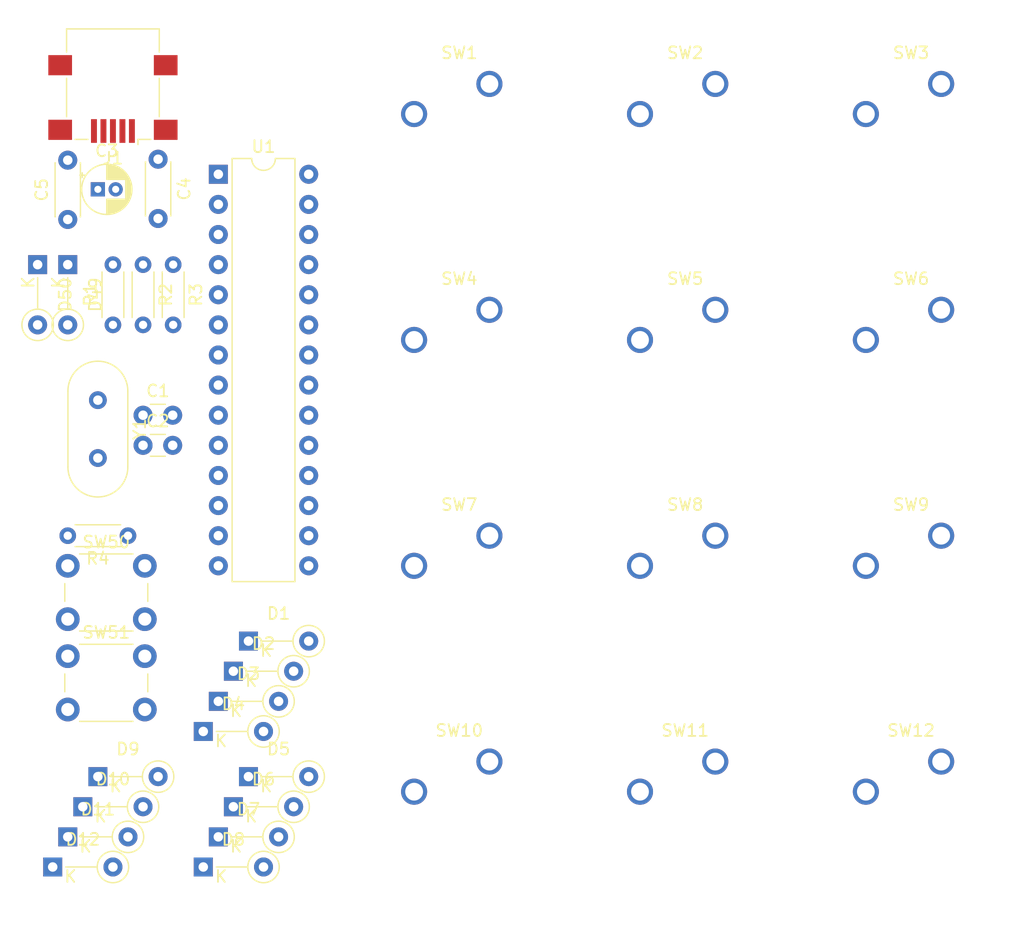
<source format=kicad_pcb>
(kicad_pcb (version 20171130) (host pcbnew "(5.1.2-1)-1")

  (general
    (thickness 1.6)
    (drawings 0)
    (tracks 0)
    (zones 0)
    (modules 40)
    (nets 43)
  )

  (page A4)
  (layers
    (0 F.Cu signal)
    (31 B.Cu signal)
    (32 B.Adhes user)
    (33 F.Adhes user)
    (34 B.Paste user)
    (35 F.Paste user)
    (36 B.SilkS user)
    (37 F.SilkS user)
    (38 B.Mask user)
    (39 F.Mask user)
    (40 Dwgs.User user)
    (41 Cmts.User user)
    (42 Eco1.User user)
    (43 Eco2.User user)
    (44 Edge.Cuts user)
    (45 Margin user)
    (46 B.CrtYd user)
    (47 F.CrtYd user)
    (48 B.Fab user)
    (49 F.Fab user)
  )

  (setup
    (last_trace_width 0.25)
    (trace_clearance 0.2)
    (zone_clearance 0.508)
    (zone_45_only no)
    (trace_min 0.2)
    (via_size 0.8)
    (via_drill 0.4)
    (via_min_size 0.4)
    (via_min_drill 0.3)
    (uvia_size 0.3)
    (uvia_drill 0.1)
    (uvias_allowed no)
    (uvia_min_size 0.2)
    (uvia_min_drill 0.1)
    (edge_width 0.05)
    (segment_width 0.2)
    (pcb_text_width 0.3)
    (pcb_text_size 1.5 1.5)
    (mod_edge_width 0.12)
    (mod_text_size 1 1)
    (mod_text_width 0.15)
    (pad_size 1.524 1.524)
    (pad_drill 0.762)
    (pad_to_mask_clearance 0.051)
    (solder_mask_min_width 0.25)
    (aux_axis_origin 0 0)
    (visible_elements FFFFFF7F)
    (pcbplotparams
      (layerselection 0x010fc_ffffffff)
      (usegerberextensions false)
      (usegerberattributes false)
      (usegerberadvancedattributes false)
      (creategerberjobfile false)
      (excludeedgelayer true)
      (linewidth 0.100000)
      (plotframeref false)
      (viasonmask false)
      (mode 1)
      (useauxorigin false)
      (hpglpennumber 1)
      (hpglpenspeed 20)
      (hpglpendiameter 15.000000)
      (psnegative false)
      (psa4output false)
      (plotreference true)
      (plotvalue true)
      (plotinvisibletext false)
      (padsonsilk false)
      (subtractmaskfromsilk false)
      (outputformat 1)
      (mirror false)
      (drillshape 1)
      (scaleselection 1)
      (outputdirectory ""))
  )

  (net 0 "")
  (net 1 "Net-(C1-Pad2)")
  (net 2 GND)
  (net 3 "Net-(C2-Pad2)")
  (net 4 +5V)
  (net 5 "Net-(D1-Pad2)")
  (net 6 /ROW0)
  (net 7 "Net-(D2-Pad2)")
  (net 8 "Net-(D3-Pad2)")
  (net 9 "Net-(D4-Pad2)")
  (net 10 /ROW1)
  (net 11 "Net-(D5-Pad2)")
  (net 12 "Net-(D6-Pad2)")
  (net 13 "Net-(D7-Pad2)")
  (net 14 /ROW2)
  (net 15 "Net-(D8-Pad2)")
  (net 16 "Net-(D9-Pad2)")
  (net 17 "Net-(D10-Pad2)")
  (net 18 /ROW3)
  (net 19 "Net-(D11-Pad2)")
  (net 20 "Net-(D12-Pad2)")
  (net 21 "Net-(D49-Pad1)")
  (net 22 "Net-(D50-Pad1)")
  (net 23 "Net-(J1-Pad6)")
  (net 24 "Net-(J1-Pad4)")
  (net 25 /USB_D+)
  (net 26 /USB_D-)
  (net 27 "Net-(R4-Pad2)")
  (net 28 /COL0)
  (net 29 /COL1)
  (net 30 /COL2)
  (net 31 "Net-(SW51-Pad1)")
  (net 32 "Net-(U1-Pad28)")
  (net 33 "Net-(U1-Pad27)")
  (net 34 "Net-(U1-Pad26)")
  (net 35 "Net-(U1-Pad25)")
  (net 36 "Net-(U1-Pad21)")
  (net 37 "Net-(U1-Pad6)")
  (net 38 "Net-(U1-Pad19)")
  (net 39 "Net-(U1-Pad18)")
  (net 40 "Net-(U1-Pad17)")
  (net 41 "Net-(U1-Pad3)")
  (net 42 "Net-(U1-Pad2)")

  (net_class Default "This is the default net class."
    (clearance 0.2)
    (trace_width 0.25)
    (via_dia 0.8)
    (via_drill 0.4)
    (uvia_dia 0.3)
    (uvia_drill 0.1)
    (add_net +5V)
    (add_net /COL0)
    (add_net /COL1)
    (add_net /COL2)
    (add_net /ROW0)
    (add_net /ROW1)
    (add_net /ROW2)
    (add_net /ROW3)
    (add_net /USB_D+)
    (add_net /USB_D-)
    (add_net GND)
    (add_net "Net-(C1-Pad2)")
    (add_net "Net-(C2-Pad2)")
    (add_net "Net-(D1-Pad2)")
    (add_net "Net-(D10-Pad2)")
    (add_net "Net-(D11-Pad2)")
    (add_net "Net-(D12-Pad2)")
    (add_net "Net-(D2-Pad2)")
    (add_net "Net-(D3-Pad2)")
    (add_net "Net-(D4-Pad2)")
    (add_net "Net-(D49-Pad1)")
    (add_net "Net-(D5-Pad2)")
    (add_net "Net-(D50-Pad1)")
    (add_net "Net-(D6-Pad2)")
    (add_net "Net-(D7-Pad2)")
    (add_net "Net-(D8-Pad2)")
    (add_net "Net-(D9-Pad2)")
    (add_net "Net-(J1-Pad4)")
    (add_net "Net-(J1-Pad6)")
    (add_net "Net-(R4-Pad2)")
    (add_net "Net-(SW51-Pad1)")
    (add_net "Net-(U1-Pad17)")
    (add_net "Net-(U1-Pad18)")
    (add_net "Net-(U1-Pad19)")
    (add_net "Net-(U1-Pad2)")
    (add_net "Net-(U1-Pad21)")
    (add_net "Net-(U1-Pad25)")
    (add_net "Net-(U1-Pad26)")
    (add_net "Net-(U1-Pad27)")
    (add_net "Net-(U1-Pad28)")
    (add_net "Net-(U1-Pad3)")
    (add_net "Net-(U1-Pad6)")
  )

  (module Resistor_THT:R_Axial_DIN0204_L3.6mm_D1.6mm_P5.08mm_Horizontal (layer F.Cu) (tedit 5AE5139B) (tstamp 5CE04439)
    (at 185.42 110.49 90)
    (descr "Resistor, Axial_DIN0204 series, Axial, Horizontal, pin pitch=5.08mm, 0.167W, length*diameter=3.6*1.6mm^2, http://cdn-reichelt.de/documents/datenblatt/B400/1_4W%23YAG.pdf")
    (tags "Resistor Axial_DIN0204 series Axial Horizontal pin pitch 5.08mm 0.167W length 3.6mm diameter 1.6mm")
    (path /5CEB38EC)
    (fp_text reference R1 (at 2.54 -1.92 90) (layer F.SilkS)
      (effects (font (size 1 1) (thickness 0.15)))
    )
    (fp_text value 1.5k (at 2.54 1.92 90) (layer F.Fab)
      (effects (font (size 1 1) (thickness 0.15)))
    )
    (fp_text user %R (at 2.54 0 90) (layer F.Fab)
      (effects (font (size 0.72 0.72) (thickness 0.108)))
    )
    (fp_line (start 6.03 -1.05) (end -0.95 -1.05) (layer F.CrtYd) (width 0.05))
    (fp_line (start 6.03 1.05) (end 6.03 -1.05) (layer F.CrtYd) (width 0.05))
    (fp_line (start -0.95 1.05) (end 6.03 1.05) (layer F.CrtYd) (width 0.05))
    (fp_line (start -0.95 -1.05) (end -0.95 1.05) (layer F.CrtYd) (width 0.05))
    (fp_line (start 0.62 0.92) (end 4.46 0.92) (layer F.SilkS) (width 0.12))
    (fp_line (start 0.62 -0.92) (end 4.46 -0.92) (layer F.SilkS) (width 0.12))
    (fp_line (start 5.08 0) (end 4.34 0) (layer F.Fab) (width 0.1))
    (fp_line (start 0 0) (end 0.74 0) (layer F.Fab) (width 0.1))
    (fp_line (start 4.34 -0.8) (end 0.74 -0.8) (layer F.Fab) (width 0.1))
    (fp_line (start 4.34 0.8) (end 4.34 -0.8) (layer F.Fab) (width 0.1))
    (fp_line (start 0.74 0.8) (end 4.34 0.8) (layer F.Fab) (width 0.1))
    (fp_line (start 0.74 -0.8) (end 0.74 0.8) (layer F.Fab) (width 0.1))
    (pad 2 thru_hole oval (at 5.08 0 90) (size 1.4 1.4) (drill 0.7) (layers *.Cu *.Mask)
      (net 22 "Net-(D50-Pad1)"))
    (pad 1 thru_hole circle (at 0 0 90) (size 1.4 1.4) (drill 0.7) (layers *.Cu *.Mask)
      (net 4 +5V))
    (model ${KISYS3DMOD}/Resistor_THT.3dshapes/R_Axial_DIN0204_L3.6mm_D1.6mm_P5.08mm_Horizontal.wrl
      (at (xyz 0 0 0))
      (scale (xyz 1 1 1))
      (rotate (xyz 0 0 0))
    )
  )

  (module Crystal:Crystal_HC49-4H_Vertical (layer F.Cu) (tedit 5A1AD3B7) (tstamp 5CDFDA4F)
    (at 184.15 116.84 270)
    (descr "Crystal THT HC-49-4H http://5hertz.com/pdfs/04404_D.pdf")
    (tags "THT crystalHC-49-4H")
    (path /5CF04D2F)
    (fp_text reference Y1 (at 2.44 -3.525 90) (layer F.SilkS)
      (effects (font (size 1 1) (thickness 0.15)))
    )
    (fp_text value 16MHz (at 2.44 3.525 90) (layer F.Fab)
      (effects (font (size 1 1) (thickness 0.15)))
    )
    (fp_arc (start 5.64 0) (end 5.64 -2.525) (angle 180) (layer F.SilkS) (width 0.12))
    (fp_arc (start -0.76 0) (end -0.76 -2.525) (angle -180) (layer F.SilkS) (width 0.12))
    (fp_arc (start 5.44 0) (end 5.44 -2) (angle 180) (layer F.Fab) (width 0.1))
    (fp_arc (start -0.56 0) (end -0.56 -2) (angle -180) (layer F.Fab) (width 0.1))
    (fp_arc (start 5.64 0) (end 5.64 -2.325) (angle 180) (layer F.Fab) (width 0.1))
    (fp_arc (start -0.76 0) (end -0.76 -2.325) (angle -180) (layer F.Fab) (width 0.1))
    (fp_line (start 8.5 -2.8) (end -3.6 -2.8) (layer F.CrtYd) (width 0.05))
    (fp_line (start 8.5 2.8) (end 8.5 -2.8) (layer F.CrtYd) (width 0.05))
    (fp_line (start -3.6 2.8) (end 8.5 2.8) (layer F.CrtYd) (width 0.05))
    (fp_line (start -3.6 -2.8) (end -3.6 2.8) (layer F.CrtYd) (width 0.05))
    (fp_line (start -0.76 2.525) (end 5.64 2.525) (layer F.SilkS) (width 0.12))
    (fp_line (start -0.76 -2.525) (end 5.64 -2.525) (layer F.SilkS) (width 0.12))
    (fp_line (start -0.56 2) (end 5.44 2) (layer F.Fab) (width 0.1))
    (fp_line (start -0.56 -2) (end 5.44 -2) (layer F.Fab) (width 0.1))
    (fp_line (start -0.76 2.325) (end 5.64 2.325) (layer F.Fab) (width 0.1))
    (fp_line (start -0.76 -2.325) (end 5.64 -2.325) (layer F.Fab) (width 0.1))
    (fp_text user %R (at 2.44 0 90) (layer F.Fab)
      (effects (font (size 1 1) (thickness 0.15)))
    )
    (pad 2 thru_hole circle (at 4.88 0 270) (size 1.5 1.5) (drill 0.8) (layers *.Cu *.Mask)
      (net 3 "Net-(C2-Pad2)"))
    (pad 1 thru_hole circle (at 0 0 270) (size 1.5 1.5) (drill 0.8) (layers *.Cu *.Mask)
      (net 1 "Net-(C1-Pad2)"))
    (model ${KISYS3DMOD}/Crystal.3dshapes/Crystal_HC49-4H_Vertical.wrl
      (at (xyz 0 0 0))
      (scale (xyz 1 1 1))
      (rotate (xyz 0 0 0))
    )
  )

  (module Package_DIP:DIP-28_W7.62mm (layer F.Cu) (tedit 5A02E8C5) (tstamp 5CE0291E)
    (at 194.31 97.79)
    (descr "28-lead though-hole mounted DIP package, row spacing 7.62 mm (300 mils)")
    (tags "THT DIP DIL PDIP 2.54mm 7.62mm 300mil")
    (path /5CEADE3F)
    (fp_text reference U1 (at 3.81 -2.33) (layer F.SilkS)
      (effects (font (size 1 1) (thickness 0.15)))
    )
    (fp_text value ATmega328-PU (at 3.81 35.35) (layer F.Fab)
      (effects (font (size 1 1) (thickness 0.15)))
    )
    (fp_text user %R (at 3.81 16.51) (layer F.Fab)
      (effects (font (size 1 1) (thickness 0.15)))
    )
    (fp_line (start 8.7 -1.55) (end -1.1 -1.55) (layer F.CrtYd) (width 0.05))
    (fp_line (start 8.7 34.55) (end 8.7 -1.55) (layer F.CrtYd) (width 0.05))
    (fp_line (start -1.1 34.55) (end 8.7 34.55) (layer F.CrtYd) (width 0.05))
    (fp_line (start -1.1 -1.55) (end -1.1 34.55) (layer F.CrtYd) (width 0.05))
    (fp_line (start 6.46 -1.33) (end 4.81 -1.33) (layer F.SilkS) (width 0.12))
    (fp_line (start 6.46 34.35) (end 6.46 -1.33) (layer F.SilkS) (width 0.12))
    (fp_line (start 1.16 34.35) (end 6.46 34.35) (layer F.SilkS) (width 0.12))
    (fp_line (start 1.16 -1.33) (end 1.16 34.35) (layer F.SilkS) (width 0.12))
    (fp_line (start 2.81 -1.33) (end 1.16 -1.33) (layer F.SilkS) (width 0.12))
    (fp_line (start 0.635 -0.27) (end 1.635 -1.27) (layer F.Fab) (width 0.1))
    (fp_line (start 0.635 34.29) (end 0.635 -0.27) (layer F.Fab) (width 0.1))
    (fp_line (start 6.985 34.29) (end 0.635 34.29) (layer F.Fab) (width 0.1))
    (fp_line (start 6.985 -1.27) (end 6.985 34.29) (layer F.Fab) (width 0.1))
    (fp_line (start 1.635 -1.27) (end 6.985 -1.27) (layer F.Fab) (width 0.1))
    (fp_arc (start 3.81 -1.33) (end 2.81 -1.33) (angle -180) (layer F.SilkS) (width 0.12))
    (pad 28 thru_hole oval (at 7.62 0) (size 1.6 1.6) (drill 0.8) (layers *.Cu *.Mask)
      (net 32 "Net-(U1-Pad28)"))
    (pad 14 thru_hole oval (at 0 33.02) (size 1.6 1.6) (drill 0.8) (layers *.Cu *.Mask)
      (net 28 /COL0))
    (pad 27 thru_hole oval (at 7.62 2.54) (size 1.6 1.6) (drill 0.8) (layers *.Cu *.Mask)
      (net 33 "Net-(U1-Pad27)"))
    (pad 13 thru_hole oval (at 0 30.48) (size 1.6 1.6) (drill 0.8) (layers *.Cu *.Mask)
      (net 29 /COL1))
    (pad 26 thru_hole oval (at 7.62 5.08) (size 1.6 1.6) (drill 0.8) (layers *.Cu *.Mask)
      (net 34 "Net-(U1-Pad26)"))
    (pad 12 thru_hole oval (at 0 27.94) (size 1.6 1.6) (drill 0.8) (layers *.Cu *.Mask)
      (net 30 /COL2))
    (pad 25 thru_hole oval (at 7.62 7.62) (size 1.6 1.6) (drill 0.8) (layers *.Cu *.Mask)
      (net 35 "Net-(U1-Pad25)"))
    (pad 11 thru_hole oval (at 0 25.4) (size 1.6 1.6) (drill 0.8) (layers *.Cu *.Mask)
      (net 31 "Net-(SW51-Pad1)"))
    (pad 24 thru_hole oval (at 7.62 10.16) (size 1.6 1.6) (drill 0.8) (layers *.Cu *.Mask)
      (net 18 /ROW3))
    (pad 10 thru_hole oval (at 0 22.86) (size 1.6 1.6) (drill 0.8) (layers *.Cu *.Mask)
      (net 3 "Net-(C2-Pad2)"))
    (pad 23 thru_hole oval (at 7.62 12.7) (size 1.6 1.6) (drill 0.8) (layers *.Cu *.Mask)
      (net 14 /ROW2))
    (pad 9 thru_hole oval (at 0 20.32) (size 1.6 1.6) (drill 0.8) (layers *.Cu *.Mask)
      (net 1 "Net-(C1-Pad2)"))
    (pad 22 thru_hole oval (at 7.62 15.24) (size 1.6 1.6) (drill 0.8) (layers *.Cu *.Mask)
      (net 2 GND))
    (pad 8 thru_hole oval (at 0 17.78) (size 1.6 1.6) (drill 0.8) (layers *.Cu *.Mask)
      (net 2 GND))
    (pad 21 thru_hole oval (at 7.62 17.78) (size 1.6 1.6) (drill 0.8) (layers *.Cu *.Mask)
      (net 36 "Net-(U1-Pad21)"))
    (pad 7 thru_hole oval (at 0 15.24) (size 1.6 1.6) (drill 0.8) (layers *.Cu *.Mask)
      (net 4 +5V))
    (pad 20 thru_hole oval (at 7.62 20.32) (size 1.6 1.6) (drill 0.8) (layers *.Cu *.Mask)
      (net 4 +5V))
    (pad 6 thru_hole oval (at 0 12.7) (size 1.6 1.6) (drill 0.8) (layers *.Cu *.Mask)
      (net 37 "Net-(U1-Pad6)"))
    (pad 19 thru_hole oval (at 7.62 22.86) (size 1.6 1.6) (drill 0.8) (layers *.Cu *.Mask)
      (net 38 "Net-(U1-Pad19)"))
    (pad 5 thru_hole oval (at 0 10.16) (size 1.6 1.6) (drill 0.8) (layers *.Cu *.Mask)
      (net 26 /USB_D-))
    (pad 18 thru_hole oval (at 7.62 25.4) (size 1.6 1.6) (drill 0.8) (layers *.Cu *.Mask)
      (net 39 "Net-(U1-Pad18)"))
    (pad 4 thru_hole oval (at 0 7.62) (size 1.6 1.6) (drill 0.8) (layers *.Cu *.Mask)
      (net 25 /USB_D+))
    (pad 17 thru_hole oval (at 7.62 27.94) (size 1.6 1.6) (drill 0.8) (layers *.Cu *.Mask)
      (net 40 "Net-(U1-Pad17)"))
    (pad 3 thru_hole oval (at 0 5.08) (size 1.6 1.6) (drill 0.8) (layers *.Cu *.Mask)
      (net 41 "Net-(U1-Pad3)"))
    (pad 16 thru_hole oval (at 7.62 30.48) (size 1.6 1.6) (drill 0.8) (layers *.Cu *.Mask)
      (net 6 /ROW0))
    (pad 2 thru_hole oval (at 0 2.54) (size 1.6 1.6) (drill 0.8) (layers *.Cu *.Mask)
      (net 42 "Net-(U1-Pad2)"))
    (pad 15 thru_hole oval (at 7.62 33.02) (size 1.6 1.6) (drill 0.8) (layers *.Cu *.Mask)
      (net 10 /ROW1))
    (pad 1 thru_hole rect (at 0 0) (size 1.6 1.6) (drill 0.8) (layers *.Cu *.Mask)
      (net 27 "Net-(R4-Pad2)"))
    (model ${KISYS3DMOD}/Package_DIP.3dshapes/DIP-28_W7.62mm.wrl
      (at (xyz 0 0 0))
      (scale (xyz 1 1 1))
      (rotate (xyz 0 0 0))
    )
  )

  (module Button_Switch_THT:SW_PUSH_6mm (layer F.Cu) (tedit 5A02FE31) (tstamp 5CDFDA08)
    (at 181.61 138.43)
    (descr https://www.omron.com/ecb/products/pdf/en-b3f.pdf)
    (tags "tact sw push 6mm")
    (path /5CEDE0AC)
    (fp_text reference SW51 (at 3.25 -2) (layer F.SilkS)
      (effects (font (size 1 1) (thickness 0.15)))
    )
    (fp_text value BOOT (at 3.75 6.7) (layer F.Fab)
      (effects (font (size 1 1) (thickness 0.15)))
    )
    (fp_circle (center 3.25 2.25) (end 1.25 2.5) (layer F.Fab) (width 0.1))
    (fp_line (start 6.75 3) (end 6.75 1.5) (layer F.SilkS) (width 0.12))
    (fp_line (start 5.5 -1) (end 1 -1) (layer F.SilkS) (width 0.12))
    (fp_line (start -0.25 1.5) (end -0.25 3) (layer F.SilkS) (width 0.12))
    (fp_line (start 1 5.5) (end 5.5 5.5) (layer F.SilkS) (width 0.12))
    (fp_line (start 8 -1.25) (end 8 5.75) (layer F.CrtYd) (width 0.05))
    (fp_line (start 7.75 6) (end -1.25 6) (layer F.CrtYd) (width 0.05))
    (fp_line (start -1.5 5.75) (end -1.5 -1.25) (layer F.CrtYd) (width 0.05))
    (fp_line (start -1.25 -1.5) (end 7.75 -1.5) (layer F.CrtYd) (width 0.05))
    (fp_line (start -1.5 6) (end -1.25 6) (layer F.CrtYd) (width 0.05))
    (fp_line (start -1.5 5.75) (end -1.5 6) (layer F.CrtYd) (width 0.05))
    (fp_line (start -1.5 -1.5) (end -1.25 -1.5) (layer F.CrtYd) (width 0.05))
    (fp_line (start -1.5 -1.25) (end -1.5 -1.5) (layer F.CrtYd) (width 0.05))
    (fp_line (start 8 -1.5) (end 8 -1.25) (layer F.CrtYd) (width 0.05))
    (fp_line (start 7.75 -1.5) (end 8 -1.5) (layer F.CrtYd) (width 0.05))
    (fp_line (start 8 6) (end 8 5.75) (layer F.CrtYd) (width 0.05))
    (fp_line (start 7.75 6) (end 8 6) (layer F.CrtYd) (width 0.05))
    (fp_line (start 0.25 -0.75) (end 3.25 -0.75) (layer F.Fab) (width 0.1))
    (fp_line (start 0.25 5.25) (end 0.25 -0.75) (layer F.Fab) (width 0.1))
    (fp_line (start 6.25 5.25) (end 0.25 5.25) (layer F.Fab) (width 0.1))
    (fp_line (start 6.25 -0.75) (end 6.25 5.25) (layer F.Fab) (width 0.1))
    (fp_line (start 3.25 -0.75) (end 6.25 -0.75) (layer F.Fab) (width 0.1))
    (fp_text user %R (at 3.25 2.25) (layer F.Fab)
      (effects (font (size 1 1) (thickness 0.15)))
    )
    (pad 1 thru_hole circle (at 6.5 0 90) (size 2 2) (drill 1.1) (layers *.Cu *.Mask)
      (net 31 "Net-(SW51-Pad1)"))
    (pad 2 thru_hole circle (at 6.5 4.5 90) (size 2 2) (drill 1.1) (layers *.Cu *.Mask)
      (net 2 GND))
    (pad 1 thru_hole circle (at 0 0 90) (size 2 2) (drill 1.1) (layers *.Cu *.Mask)
      (net 31 "Net-(SW51-Pad1)"))
    (pad 2 thru_hole circle (at 0 4.5 90) (size 2 2) (drill 1.1) (layers *.Cu *.Mask)
      (net 2 GND))
    (model ${KISYS3DMOD}/Button_Switch_THT.3dshapes/SW_PUSH_6mm.wrl
      (at (xyz 0 0 0))
      (scale (xyz 1 1 1))
      (rotate (xyz 0 0 0))
    )
  )

  (module Button_Switch_THT:SW_PUSH_6mm (layer F.Cu) (tedit 5A02FE31) (tstamp 5CE02D66)
    (at 181.61 130.81)
    (descr https://www.omron.com/ecb/products/pdf/en-b3f.pdf)
    (tags "tact sw push 6mm")
    (path /5CEE0C2D)
    (fp_text reference SW50 (at 3.25 -2) (layer F.SilkS)
      (effects (font (size 1 1) (thickness 0.15)))
    )
    (fp_text value RESET (at 3.75 6.7) (layer F.Fab)
      (effects (font (size 1 1) (thickness 0.15)))
    )
    (fp_circle (center 3.25 2.25) (end 1.25 2.5) (layer F.Fab) (width 0.1))
    (fp_line (start 6.75 3) (end 6.75 1.5) (layer F.SilkS) (width 0.12))
    (fp_line (start 5.5 -1) (end 1 -1) (layer F.SilkS) (width 0.12))
    (fp_line (start -0.25 1.5) (end -0.25 3) (layer F.SilkS) (width 0.12))
    (fp_line (start 1 5.5) (end 5.5 5.5) (layer F.SilkS) (width 0.12))
    (fp_line (start 8 -1.25) (end 8 5.75) (layer F.CrtYd) (width 0.05))
    (fp_line (start 7.75 6) (end -1.25 6) (layer F.CrtYd) (width 0.05))
    (fp_line (start -1.5 5.75) (end -1.5 -1.25) (layer F.CrtYd) (width 0.05))
    (fp_line (start -1.25 -1.5) (end 7.75 -1.5) (layer F.CrtYd) (width 0.05))
    (fp_line (start -1.5 6) (end -1.25 6) (layer F.CrtYd) (width 0.05))
    (fp_line (start -1.5 5.75) (end -1.5 6) (layer F.CrtYd) (width 0.05))
    (fp_line (start -1.5 -1.5) (end -1.25 -1.5) (layer F.CrtYd) (width 0.05))
    (fp_line (start -1.5 -1.25) (end -1.5 -1.5) (layer F.CrtYd) (width 0.05))
    (fp_line (start 8 -1.5) (end 8 -1.25) (layer F.CrtYd) (width 0.05))
    (fp_line (start 7.75 -1.5) (end 8 -1.5) (layer F.CrtYd) (width 0.05))
    (fp_line (start 8 6) (end 8 5.75) (layer F.CrtYd) (width 0.05))
    (fp_line (start 7.75 6) (end 8 6) (layer F.CrtYd) (width 0.05))
    (fp_line (start 0.25 -0.75) (end 3.25 -0.75) (layer F.Fab) (width 0.1))
    (fp_line (start 0.25 5.25) (end 0.25 -0.75) (layer F.Fab) (width 0.1))
    (fp_line (start 6.25 5.25) (end 0.25 5.25) (layer F.Fab) (width 0.1))
    (fp_line (start 6.25 -0.75) (end 6.25 5.25) (layer F.Fab) (width 0.1))
    (fp_line (start 3.25 -0.75) (end 6.25 -0.75) (layer F.Fab) (width 0.1))
    (fp_text user %R (at 3.25 2.25) (layer F.Fab)
      (effects (font (size 1 1) (thickness 0.15)))
    )
    (pad 1 thru_hole circle (at 6.5 0 90) (size 2 2) (drill 1.1) (layers *.Cu *.Mask)
      (net 27 "Net-(R4-Pad2)"))
    (pad 2 thru_hole circle (at 6.5 4.5 90) (size 2 2) (drill 1.1) (layers *.Cu *.Mask)
      (net 2 GND))
    (pad 1 thru_hole circle (at 0 0 90) (size 2 2) (drill 1.1) (layers *.Cu *.Mask)
      (net 27 "Net-(R4-Pad2)"))
    (pad 2 thru_hole circle (at 0 4.5 90) (size 2 2) (drill 1.1) (layers *.Cu *.Mask)
      (net 2 GND))
    (model ${KISYS3DMOD}/Button_Switch_THT.3dshapes/SW_PUSH_6mm.wrl
      (at (xyz 0 0 0))
      (scale (xyz 1 1 1))
      (rotate (xyz 0 0 0))
    )
  )

  (module SMKJP:SW_Cherry_MX1A_1.00u_PCB (layer F.Cu) (tedit 5BB19F47) (tstamp 5CDFD9CA)
    (at 252.73 152.4)
    (descr "Cherry MX keyswitch, MX1A, 1.00u, PCB mount, http://cherryamericas.com/wp-body/uploads/2014/12/mx_cat.pdf")
    (tags "cherry mx keyswitch MX1A 1.00u PCB")
    (path /5CF62869)
    (fp_text reference SW12 (at 0 -7.7) (layer F.SilkS)
      (effects (font (size 1 1) (thickness 0.15)))
    )
    (fp_text value SW_Push (at 0 7.874) (layer F.Fab) hide
      (effects (font (size 1 1) (thickness 0.15)))
    )
    (fp_line (start -7.8 7.8) (end -7.8 -7.8) (layer Cmts.User) (width 0.15))
    (fp_line (start 7.8 7.8) (end -7.8 7.8) (layer Cmts.User) (width 0.15))
    (fp_line (start 7.8 -7.8) (end 7.8 7.8) (layer Cmts.User) (width 0.15))
    (fp_line (start -7.8 -7.8) (end 7.8 -7.8) (layer Cmts.User) (width 0.15))
    (fp_line (start -7 -7) (end 7 -7) (layer Dwgs.User) (width 0.1))
    (fp_line (start 7 -6) (end 7 -7) (layer Dwgs.User) (width 0.1))
    (fp_line (start -7.8 -2.5) (end -7.8 -6) (layer Dwgs.User) (width 0.1))
    (fp_line (start 7.8 6) (end 7.8 2.5) (layer Dwgs.User) (width 0.1))
    (fp_line (start 7 7) (end 7 6) (layer Dwgs.User) (width 0.1))
    (fp_line (start 7 -2.5) (end 7 2.5) (layer Dwgs.User) (width 0.1))
    (fp_line (start -7 7) (end 7 7) (layer Dwgs.User) (width 0.1))
    (fp_line (start -7 -2.5) (end -7 2.5) (layer Dwgs.User) (width 0.1))
    (fp_line (start -7 7) (end -7 6) (layer Dwgs.User) (width 0.1))
    (fp_line (start -7 -6) (end -7 -7) (layer Dwgs.User) (width 0.1))
    (fp_line (start 7 2.5) (end 7.8 2.5) (layer Dwgs.User) (width 0.1))
    (fp_line (start 7 6) (end 7.8 6) (layer Dwgs.User) (width 0.1))
    (fp_line (start 7 -2.5) (end 7.8 -2.5) (layer Dwgs.User) (width 0.1))
    (fp_line (start 7 -6) (end 7.8 -6) (layer Dwgs.User) (width 0.1))
    (fp_line (start -7.8 -6) (end -7 -6) (layer Dwgs.User) (width 0.1))
    (fp_line (start -7.8 -2.5) (end -7 -2.5) (layer Dwgs.User) (width 0.1))
    (fp_line (start -7.8 6) (end -7 6) (layer Dwgs.User) (width 0.1))
    (fp_line (start -7.8 2.5) (end -7 2.5) (layer Dwgs.User) (width 0.1))
    (fp_line (start -7.8 6) (end -7.8 2.5) (layer Dwgs.User) (width 0.1))
    (fp_line (start 7.8 -2.5) (end 7.8 -6) (layer Dwgs.User) (width 0.1))
    (fp_line (start -9.5 9.5) (end -9.5 -9.5) (layer F.Fab) (width 0.1))
    (fp_line (start 9.5 9.5) (end -9.5 9.5) (layer F.Fab) (width 0.1))
    (fp_line (start 9.5 -9.5) (end 9.5 9.5) (layer F.Fab) (width 0.1))
    (fp_line (start -9.5 -9.5) (end 9.5 -9.5) (layer F.Fab) (width 0.1))
    (pad 2 thru_hole circle (at 2.54 -5.08) (size 2.2 2.2) (drill 1.5) (layers *.Cu *.Mask)
      (net 20 "Net-(D12-Pad2)"))
    (pad 1 thru_hole circle (at -3.81 -2.54) (size 2.2 2.2) (drill 1.5) (layers *.Cu *.Mask)
      (net 30 /COL2))
    (pad "" np_thru_hole circle (at 0 0) (size 4 4) (drill 4) (layers *.Cu *.Mask))
    (pad "" np_thru_hole circle (at -5.08 0) (size 1.7 1.7) (drill 1.7) (layers *.Cu *.Mask))
    (pad "" np_thru_hole circle (at 5.08 0) (size 1.7 1.7) (drill 1.7) (layers *.Cu *.Mask))
    (model ${KISYS3DMOD}/SMKJP.3dshapes/cherry_mx.step
      (at (xyz 0 0 0))
      (scale (xyz 1 1 1))
      (rotate (xyz 0 0 0))
    )
  )

  (module SMKJP:SW_Cherry_MX1A_1.00u_PCB (layer F.Cu) (tedit 5BB19F47) (tstamp 5CDFD9A5)
    (at 233.68 152.4)
    (descr "Cherry MX keyswitch, MX1A, 1.00u, PCB mount, http://cherryamericas.com/wp-body/uploads/2014/12/mx_cat.pdf")
    (tags "cherry mx keyswitch MX1A 1.00u PCB")
    (path /5CF62863)
    (fp_text reference SW11 (at 0 -7.7) (layer F.SilkS)
      (effects (font (size 1 1) (thickness 0.15)))
    )
    (fp_text value SW_Push (at 0 7.874) (layer F.Fab) hide
      (effects (font (size 1 1) (thickness 0.15)))
    )
    (fp_line (start -7.8 7.8) (end -7.8 -7.8) (layer Cmts.User) (width 0.15))
    (fp_line (start 7.8 7.8) (end -7.8 7.8) (layer Cmts.User) (width 0.15))
    (fp_line (start 7.8 -7.8) (end 7.8 7.8) (layer Cmts.User) (width 0.15))
    (fp_line (start -7.8 -7.8) (end 7.8 -7.8) (layer Cmts.User) (width 0.15))
    (fp_line (start -7 -7) (end 7 -7) (layer Dwgs.User) (width 0.1))
    (fp_line (start 7 -6) (end 7 -7) (layer Dwgs.User) (width 0.1))
    (fp_line (start -7.8 -2.5) (end -7.8 -6) (layer Dwgs.User) (width 0.1))
    (fp_line (start 7.8 6) (end 7.8 2.5) (layer Dwgs.User) (width 0.1))
    (fp_line (start 7 7) (end 7 6) (layer Dwgs.User) (width 0.1))
    (fp_line (start 7 -2.5) (end 7 2.5) (layer Dwgs.User) (width 0.1))
    (fp_line (start -7 7) (end 7 7) (layer Dwgs.User) (width 0.1))
    (fp_line (start -7 -2.5) (end -7 2.5) (layer Dwgs.User) (width 0.1))
    (fp_line (start -7 7) (end -7 6) (layer Dwgs.User) (width 0.1))
    (fp_line (start -7 -6) (end -7 -7) (layer Dwgs.User) (width 0.1))
    (fp_line (start 7 2.5) (end 7.8 2.5) (layer Dwgs.User) (width 0.1))
    (fp_line (start 7 6) (end 7.8 6) (layer Dwgs.User) (width 0.1))
    (fp_line (start 7 -2.5) (end 7.8 -2.5) (layer Dwgs.User) (width 0.1))
    (fp_line (start 7 -6) (end 7.8 -6) (layer Dwgs.User) (width 0.1))
    (fp_line (start -7.8 -6) (end -7 -6) (layer Dwgs.User) (width 0.1))
    (fp_line (start -7.8 -2.5) (end -7 -2.5) (layer Dwgs.User) (width 0.1))
    (fp_line (start -7.8 6) (end -7 6) (layer Dwgs.User) (width 0.1))
    (fp_line (start -7.8 2.5) (end -7 2.5) (layer Dwgs.User) (width 0.1))
    (fp_line (start -7.8 6) (end -7.8 2.5) (layer Dwgs.User) (width 0.1))
    (fp_line (start 7.8 -2.5) (end 7.8 -6) (layer Dwgs.User) (width 0.1))
    (fp_line (start -9.5 9.5) (end -9.5 -9.5) (layer F.Fab) (width 0.1))
    (fp_line (start 9.5 9.5) (end -9.5 9.5) (layer F.Fab) (width 0.1))
    (fp_line (start 9.5 -9.5) (end 9.5 9.5) (layer F.Fab) (width 0.1))
    (fp_line (start -9.5 -9.5) (end 9.5 -9.5) (layer F.Fab) (width 0.1))
    (pad 2 thru_hole circle (at 2.54 -5.08) (size 2.2 2.2) (drill 1.5) (layers *.Cu *.Mask)
      (net 19 "Net-(D11-Pad2)"))
    (pad 1 thru_hole circle (at -3.81 -2.54) (size 2.2 2.2) (drill 1.5) (layers *.Cu *.Mask)
      (net 29 /COL1))
    (pad "" np_thru_hole circle (at 0 0) (size 4 4) (drill 4) (layers *.Cu *.Mask))
    (pad "" np_thru_hole circle (at -5.08 0) (size 1.7 1.7) (drill 1.7) (layers *.Cu *.Mask))
    (pad "" np_thru_hole circle (at 5.08 0) (size 1.7 1.7) (drill 1.7) (layers *.Cu *.Mask))
    (model ${KISYS3DMOD}/SMKJP.3dshapes/cherry_mx.step
      (at (xyz 0 0 0))
      (scale (xyz 1 1 1))
      (rotate (xyz 0 0 0))
    )
  )

  (module SMKJP:SW_Cherry_MX1A_1.00u_PCB (layer F.Cu) (tedit 5BB19F47) (tstamp 5CDFD980)
    (at 214.63 152.4)
    (descr "Cherry MX keyswitch, MX1A, 1.00u, PCB mount, http://cherryamericas.com/wp-body/uploads/2014/12/mx_cat.pdf")
    (tags "cherry mx keyswitch MX1A 1.00u PCB")
    (path /5CF62857)
    (fp_text reference SW10 (at 0 -7.7) (layer F.SilkS)
      (effects (font (size 1 1) (thickness 0.15)))
    )
    (fp_text value SW_Push (at 0 7.874) (layer F.Fab) hide
      (effects (font (size 1 1) (thickness 0.15)))
    )
    (fp_line (start -7.8 7.8) (end -7.8 -7.8) (layer Cmts.User) (width 0.15))
    (fp_line (start 7.8 7.8) (end -7.8 7.8) (layer Cmts.User) (width 0.15))
    (fp_line (start 7.8 -7.8) (end 7.8 7.8) (layer Cmts.User) (width 0.15))
    (fp_line (start -7.8 -7.8) (end 7.8 -7.8) (layer Cmts.User) (width 0.15))
    (fp_line (start -7 -7) (end 7 -7) (layer Dwgs.User) (width 0.1))
    (fp_line (start 7 -6) (end 7 -7) (layer Dwgs.User) (width 0.1))
    (fp_line (start -7.8 -2.5) (end -7.8 -6) (layer Dwgs.User) (width 0.1))
    (fp_line (start 7.8 6) (end 7.8 2.5) (layer Dwgs.User) (width 0.1))
    (fp_line (start 7 7) (end 7 6) (layer Dwgs.User) (width 0.1))
    (fp_line (start 7 -2.5) (end 7 2.5) (layer Dwgs.User) (width 0.1))
    (fp_line (start -7 7) (end 7 7) (layer Dwgs.User) (width 0.1))
    (fp_line (start -7 -2.5) (end -7 2.5) (layer Dwgs.User) (width 0.1))
    (fp_line (start -7 7) (end -7 6) (layer Dwgs.User) (width 0.1))
    (fp_line (start -7 -6) (end -7 -7) (layer Dwgs.User) (width 0.1))
    (fp_line (start 7 2.5) (end 7.8 2.5) (layer Dwgs.User) (width 0.1))
    (fp_line (start 7 6) (end 7.8 6) (layer Dwgs.User) (width 0.1))
    (fp_line (start 7 -2.5) (end 7.8 -2.5) (layer Dwgs.User) (width 0.1))
    (fp_line (start 7 -6) (end 7.8 -6) (layer Dwgs.User) (width 0.1))
    (fp_line (start -7.8 -6) (end -7 -6) (layer Dwgs.User) (width 0.1))
    (fp_line (start -7.8 -2.5) (end -7 -2.5) (layer Dwgs.User) (width 0.1))
    (fp_line (start -7.8 6) (end -7 6) (layer Dwgs.User) (width 0.1))
    (fp_line (start -7.8 2.5) (end -7 2.5) (layer Dwgs.User) (width 0.1))
    (fp_line (start -7.8 6) (end -7.8 2.5) (layer Dwgs.User) (width 0.1))
    (fp_line (start 7.8 -2.5) (end 7.8 -6) (layer Dwgs.User) (width 0.1))
    (fp_line (start -9.5 9.5) (end -9.5 -9.5) (layer F.Fab) (width 0.1))
    (fp_line (start 9.5 9.5) (end -9.5 9.5) (layer F.Fab) (width 0.1))
    (fp_line (start 9.5 -9.5) (end 9.5 9.5) (layer F.Fab) (width 0.1))
    (fp_line (start -9.5 -9.5) (end 9.5 -9.5) (layer F.Fab) (width 0.1))
    (pad 2 thru_hole circle (at 2.54 -5.08) (size 2.2 2.2) (drill 1.5) (layers *.Cu *.Mask)
      (net 17 "Net-(D10-Pad2)"))
    (pad 1 thru_hole circle (at -3.81 -2.54) (size 2.2 2.2) (drill 1.5) (layers *.Cu *.Mask)
      (net 28 /COL0))
    (pad "" np_thru_hole circle (at 0 0) (size 4 4) (drill 4) (layers *.Cu *.Mask))
    (pad "" np_thru_hole circle (at -5.08 0) (size 1.7 1.7) (drill 1.7) (layers *.Cu *.Mask))
    (pad "" np_thru_hole circle (at 5.08 0) (size 1.7 1.7) (drill 1.7) (layers *.Cu *.Mask))
    (model ${KISYS3DMOD}/SMKJP.3dshapes/cherry_mx.step
      (at (xyz 0 0 0))
      (scale (xyz 1 1 1))
      (rotate (xyz 0 0 0))
    )
  )

  (module SMKJP:SW_Cherry_MX1A_1.00u_PCB (layer F.Cu) (tedit 5BB19F47) (tstamp 5CDFD95B)
    (at 252.73 133.35)
    (descr "Cherry MX keyswitch, MX1A, 1.00u, PCB mount, http://cherryamericas.com/wp-body/uploads/2014/12/mx_cat.pdf")
    (tags "cherry mx keyswitch MX1A 1.00u PCB")
    (path /5CF457F7)
    (fp_text reference SW9 (at 0 -7.7) (layer F.SilkS)
      (effects (font (size 1 1) (thickness 0.15)))
    )
    (fp_text value SW_Push (at 0 7.874) (layer F.Fab) hide
      (effects (font (size 1 1) (thickness 0.15)))
    )
    (fp_line (start -7.8 7.8) (end -7.8 -7.8) (layer Cmts.User) (width 0.15))
    (fp_line (start 7.8 7.8) (end -7.8 7.8) (layer Cmts.User) (width 0.15))
    (fp_line (start 7.8 -7.8) (end 7.8 7.8) (layer Cmts.User) (width 0.15))
    (fp_line (start -7.8 -7.8) (end 7.8 -7.8) (layer Cmts.User) (width 0.15))
    (fp_line (start -7 -7) (end 7 -7) (layer Dwgs.User) (width 0.1))
    (fp_line (start 7 -6) (end 7 -7) (layer Dwgs.User) (width 0.1))
    (fp_line (start -7.8 -2.5) (end -7.8 -6) (layer Dwgs.User) (width 0.1))
    (fp_line (start 7.8 6) (end 7.8 2.5) (layer Dwgs.User) (width 0.1))
    (fp_line (start 7 7) (end 7 6) (layer Dwgs.User) (width 0.1))
    (fp_line (start 7 -2.5) (end 7 2.5) (layer Dwgs.User) (width 0.1))
    (fp_line (start -7 7) (end 7 7) (layer Dwgs.User) (width 0.1))
    (fp_line (start -7 -2.5) (end -7 2.5) (layer Dwgs.User) (width 0.1))
    (fp_line (start -7 7) (end -7 6) (layer Dwgs.User) (width 0.1))
    (fp_line (start -7 -6) (end -7 -7) (layer Dwgs.User) (width 0.1))
    (fp_line (start 7 2.5) (end 7.8 2.5) (layer Dwgs.User) (width 0.1))
    (fp_line (start 7 6) (end 7.8 6) (layer Dwgs.User) (width 0.1))
    (fp_line (start 7 -2.5) (end 7.8 -2.5) (layer Dwgs.User) (width 0.1))
    (fp_line (start 7 -6) (end 7.8 -6) (layer Dwgs.User) (width 0.1))
    (fp_line (start -7.8 -6) (end -7 -6) (layer Dwgs.User) (width 0.1))
    (fp_line (start -7.8 -2.5) (end -7 -2.5) (layer Dwgs.User) (width 0.1))
    (fp_line (start -7.8 6) (end -7 6) (layer Dwgs.User) (width 0.1))
    (fp_line (start -7.8 2.5) (end -7 2.5) (layer Dwgs.User) (width 0.1))
    (fp_line (start -7.8 6) (end -7.8 2.5) (layer Dwgs.User) (width 0.1))
    (fp_line (start 7.8 -2.5) (end 7.8 -6) (layer Dwgs.User) (width 0.1))
    (fp_line (start -9.5 9.5) (end -9.5 -9.5) (layer F.Fab) (width 0.1))
    (fp_line (start 9.5 9.5) (end -9.5 9.5) (layer F.Fab) (width 0.1))
    (fp_line (start 9.5 -9.5) (end 9.5 9.5) (layer F.Fab) (width 0.1))
    (fp_line (start -9.5 -9.5) (end 9.5 -9.5) (layer F.Fab) (width 0.1))
    (pad 2 thru_hole circle (at 2.54 -5.08) (size 2.2 2.2) (drill 1.5) (layers *.Cu *.Mask)
      (net 16 "Net-(D9-Pad2)"))
    (pad 1 thru_hole circle (at -3.81 -2.54) (size 2.2 2.2) (drill 1.5) (layers *.Cu *.Mask)
      (net 30 /COL2))
    (pad "" np_thru_hole circle (at 0 0) (size 4 4) (drill 4) (layers *.Cu *.Mask))
    (pad "" np_thru_hole circle (at -5.08 0) (size 1.7 1.7) (drill 1.7) (layers *.Cu *.Mask))
    (pad "" np_thru_hole circle (at 5.08 0) (size 1.7 1.7) (drill 1.7) (layers *.Cu *.Mask))
    (model ${KISYS3DMOD}/SMKJP.3dshapes/cherry_mx.step
      (at (xyz 0 0 0))
      (scale (xyz 1 1 1))
      (rotate (xyz 0 0 0))
    )
  )

  (module SMKJP:SW_Cherry_MX1A_1.00u_PCB (layer F.Cu) (tedit 5BB19F47) (tstamp 5CDFD936)
    (at 233.68 133.35)
    (descr "Cherry MX keyswitch, MX1A, 1.00u, PCB mount, http://cherryamericas.com/wp-body/uploads/2014/12/mx_cat.pdf")
    (tags "cherry mx keyswitch MX1A 1.00u PCB")
    (path /5CF457F1)
    (fp_text reference SW8 (at 0 -7.7) (layer F.SilkS)
      (effects (font (size 1 1) (thickness 0.15)))
    )
    (fp_text value SW_Push (at 0 7.874) (layer F.Fab) hide
      (effects (font (size 1 1) (thickness 0.15)))
    )
    (fp_line (start -7.8 7.8) (end -7.8 -7.8) (layer Cmts.User) (width 0.15))
    (fp_line (start 7.8 7.8) (end -7.8 7.8) (layer Cmts.User) (width 0.15))
    (fp_line (start 7.8 -7.8) (end 7.8 7.8) (layer Cmts.User) (width 0.15))
    (fp_line (start -7.8 -7.8) (end 7.8 -7.8) (layer Cmts.User) (width 0.15))
    (fp_line (start -7 -7) (end 7 -7) (layer Dwgs.User) (width 0.1))
    (fp_line (start 7 -6) (end 7 -7) (layer Dwgs.User) (width 0.1))
    (fp_line (start -7.8 -2.5) (end -7.8 -6) (layer Dwgs.User) (width 0.1))
    (fp_line (start 7.8 6) (end 7.8 2.5) (layer Dwgs.User) (width 0.1))
    (fp_line (start 7 7) (end 7 6) (layer Dwgs.User) (width 0.1))
    (fp_line (start 7 -2.5) (end 7 2.5) (layer Dwgs.User) (width 0.1))
    (fp_line (start -7 7) (end 7 7) (layer Dwgs.User) (width 0.1))
    (fp_line (start -7 -2.5) (end -7 2.5) (layer Dwgs.User) (width 0.1))
    (fp_line (start -7 7) (end -7 6) (layer Dwgs.User) (width 0.1))
    (fp_line (start -7 -6) (end -7 -7) (layer Dwgs.User) (width 0.1))
    (fp_line (start 7 2.5) (end 7.8 2.5) (layer Dwgs.User) (width 0.1))
    (fp_line (start 7 6) (end 7.8 6) (layer Dwgs.User) (width 0.1))
    (fp_line (start 7 -2.5) (end 7.8 -2.5) (layer Dwgs.User) (width 0.1))
    (fp_line (start 7 -6) (end 7.8 -6) (layer Dwgs.User) (width 0.1))
    (fp_line (start -7.8 -6) (end -7 -6) (layer Dwgs.User) (width 0.1))
    (fp_line (start -7.8 -2.5) (end -7 -2.5) (layer Dwgs.User) (width 0.1))
    (fp_line (start -7.8 6) (end -7 6) (layer Dwgs.User) (width 0.1))
    (fp_line (start -7.8 2.5) (end -7 2.5) (layer Dwgs.User) (width 0.1))
    (fp_line (start -7.8 6) (end -7.8 2.5) (layer Dwgs.User) (width 0.1))
    (fp_line (start 7.8 -2.5) (end 7.8 -6) (layer Dwgs.User) (width 0.1))
    (fp_line (start -9.5 9.5) (end -9.5 -9.5) (layer F.Fab) (width 0.1))
    (fp_line (start 9.5 9.5) (end -9.5 9.5) (layer F.Fab) (width 0.1))
    (fp_line (start 9.5 -9.5) (end 9.5 9.5) (layer F.Fab) (width 0.1))
    (fp_line (start -9.5 -9.5) (end 9.5 -9.5) (layer F.Fab) (width 0.1))
    (pad 2 thru_hole circle (at 2.54 -5.08) (size 2.2 2.2) (drill 1.5) (layers *.Cu *.Mask)
      (net 15 "Net-(D8-Pad2)"))
    (pad 1 thru_hole circle (at -3.81 -2.54) (size 2.2 2.2) (drill 1.5) (layers *.Cu *.Mask)
      (net 29 /COL1))
    (pad "" np_thru_hole circle (at 0 0) (size 4 4) (drill 4) (layers *.Cu *.Mask))
    (pad "" np_thru_hole circle (at -5.08 0) (size 1.7 1.7) (drill 1.7) (layers *.Cu *.Mask))
    (pad "" np_thru_hole circle (at 5.08 0) (size 1.7 1.7) (drill 1.7) (layers *.Cu *.Mask))
    (model ${KISYS3DMOD}/SMKJP.3dshapes/cherry_mx.step
      (at (xyz 0 0 0))
      (scale (xyz 1 1 1))
      (rotate (xyz 0 0 0))
    )
  )

  (module SMKJP:SW_Cherry_MX1A_1.00u_PCB (layer F.Cu) (tedit 5BB19F47) (tstamp 5CDFD911)
    (at 214.63 133.35)
    (descr "Cherry MX keyswitch, MX1A, 1.00u, PCB mount, http://cherryamericas.com/wp-body/uploads/2014/12/mx_cat.pdf")
    (tags "cherry mx keyswitch MX1A 1.00u PCB")
    (path /5CF457E5)
    (fp_text reference SW7 (at 0 -7.7) (layer F.SilkS)
      (effects (font (size 1 1) (thickness 0.15)))
    )
    (fp_text value SW_Push (at 0 7.874) (layer F.Fab) hide
      (effects (font (size 1 1) (thickness 0.15)))
    )
    (fp_line (start -7.8 7.8) (end -7.8 -7.8) (layer Cmts.User) (width 0.15))
    (fp_line (start 7.8 7.8) (end -7.8 7.8) (layer Cmts.User) (width 0.15))
    (fp_line (start 7.8 -7.8) (end 7.8 7.8) (layer Cmts.User) (width 0.15))
    (fp_line (start -7.8 -7.8) (end 7.8 -7.8) (layer Cmts.User) (width 0.15))
    (fp_line (start -7 -7) (end 7 -7) (layer Dwgs.User) (width 0.1))
    (fp_line (start 7 -6) (end 7 -7) (layer Dwgs.User) (width 0.1))
    (fp_line (start -7.8 -2.5) (end -7.8 -6) (layer Dwgs.User) (width 0.1))
    (fp_line (start 7.8 6) (end 7.8 2.5) (layer Dwgs.User) (width 0.1))
    (fp_line (start 7 7) (end 7 6) (layer Dwgs.User) (width 0.1))
    (fp_line (start 7 -2.5) (end 7 2.5) (layer Dwgs.User) (width 0.1))
    (fp_line (start -7 7) (end 7 7) (layer Dwgs.User) (width 0.1))
    (fp_line (start -7 -2.5) (end -7 2.5) (layer Dwgs.User) (width 0.1))
    (fp_line (start -7 7) (end -7 6) (layer Dwgs.User) (width 0.1))
    (fp_line (start -7 -6) (end -7 -7) (layer Dwgs.User) (width 0.1))
    (fp_line (start 7 2.5) (end 7.8 2.5) (layer Dwgs.User) (width 0.1))
    (fp_line (start 7 6) (end 7.8 6) (layer Dwgs.User) (width 0.1))
    (fp_line (start 7 -2.5) (end 7.8 -2.5) (layer Dwgs.User) (width 0.1))
    (fp_line (start 7 -6) (end 7.8 -6) (layer Dwgs.User) (width 0.1))
    (fp_line (start -7.8 -6) (end -7 -6) (layer Dwgs.User) (width 0.1))
    (fp_line (start -7.8 -2.5) (end -7 -2.5) (layer Dwgs.User) (width 0.1))
    (fp_line (start -7.8 6) (end -7 6) (layer Dwgs.User) (width 0.1))
    (fp_line (start -7.8 2.5) (end -7 2.5) (layer Dwgs.User) (width 0.1))
    (fp_line (start -7.8 6) (end -7.8 2.5) (layer Dwgs.User) (width 0.1))
    (fp_line (start 7.8 -2.5) (end 7.8 -6) (layer Dwgs.User) (width 0.1))
    (fp_line (start -9.5 9.5) (end -9.5 -9.5) (layer F.Fab) (width 0.1))
    (fp_line (start 9.5 9.5) (end -9.5 9.5) (layer F.Fab) (width 0.1))
    (fp_line (start 9.5 -9.5) (end 9.5 9.5) (layer F.Fab) (width 0.1))
    (fp_line (start -9.5 -9.5) (end 9.5 -9.5) (layer F.Fab) (width 0.1))
    (pad 2 thru_hole circle (at 2.54 -5.08) (size 2.2 2.2) (drill 1.5) (layers *.Cu *.Mask)
      (net 13 "Net-(D7-Pad2)"))
    (pad 1 thru_hole circle (at -3.81 -2.54) (size 2.2 2.2) (drill 1.5) (layers *.Cu *.Mask)
      (net 28 /COL0))
    (pad "" np_thru_hole circle (at 0 0) (size 4 4) (drill 4) (layers *.Cu *.Mask))
    (pad "" np_thru_hole circle (at -5.08 0) (size 1.7 1.7) (drill 1.7) (layers *.Cu *.Mask))
    (pad "" np_thru_hole circle (at 5.08 0) (size 1.7 1.7) (drill 1.7) (layers *.Cu *.Mask))
    (model ${KISYS3DMOD}/SMKJP.3dshapes/cherry_mx.step
      (at (xyz 0 0 0))
      (scale (xyz 1 1 1))
      (rotate (xyz 0 0 0))
    )
  )

  (module SMKJP:SW_Cherry_MX1A_1.00u_PCB (layer F.Cu) (tedit 5BB19F47) (tstamp 5CDFD8EC)
    (at 252.73 114.3)
    (descr "Cherry MX keyswitch, MX1A, 1.00u, PCB mount, http://cherryamericas.com/wp-body/uploads/2014/12/mx_cat.pdf")
    (tags "cherry mx keyswitch MX1A 1.00u PCB")
    (path /5CF416C4)
    (fp_text reference SW6 (at 0 -7.7) (layer F.SilkS)
      (effects (font (size 1 1) (thickness 0.15)))
    )
    (fp_text value SW_Push (at 0 7.874) (layer F.Fab) hide
      (effects (font (size 1 1) (thickness 0.15)))
    )
    (fp_line (start -7.8 7.8) (end -7.8 -7.8) (layer Cmts.User) (width 0.15))
    (fp_line (start 7.8 7.8) (end -7.8 7.8) (layer Cmts.User) (width 0.15))
    (fp_line (start 7.8 -7.8) (end 7.8 7.8) (layer Cmts.User) (width 0.15))
    (fp_line (start -7.8 -7.8) (end 7.8 -7.8) (layer Cmts.User) (width 0.15))
    (fp_line (start -7 -7) (end 7 -7) (layer Dwgs.User) (width 0.1))
    (fp_line (start 7 -6) (end 7 -7) (layer Dwgs.User) (width 0.1))
    (fp_line (start -7.8 -2.5) (end -7.8 -6) (layer Dwgs.User) (width 0.1))
    (fp_line (start 7.8 6) (end 7.8 2.5) (layer Dwgs.User) (width 0.1))
    (fp_line (start 7 7) (end 7 6) (layer Dwgs.User) (width 0.1))
    (fp_line (start 7 -2.5) (end 7 2.5) (layer Dwgs.User) (width 0.1))
    (fp_line (start -7 7) (end 7 7) (layer Dwgs.User) (width 0.1))
    (fp_line (start -7 -2.5) (end -7 2.5) (layer Dwgs.User) (width 0.1))
    (fp_line (start -7 7) (end -7 6) (layer Dwgs.User) (width 0.1))
    (fp_line (start -7 -6) (end -7 -7) (layer Dwgs.User) (width 0.1))
    (fp_line (start 7 2.5) (end 7.8 2.5) (layer Dwgs.User) (width 0.1))
    (fp_line (start 7 6) (end 7.8 6) (layer Dwgs.User) (width 0.1))
    (fp_line (start 7 -2.5) (end 7.8 -2.5) (layer Dwgs.User) (width 0.1))
    (fp_line (start 7 -6) (end 7.8 -6) (layer Dwgs.User) (width 0.1))
    (fp_line (start -7.8 -6) (end -7 -6) (layer Dwgs.User) (width 0.1))
    (fp_line (start -7.8 -2.5) (end -7 -2.5) (layer Dwgs.User) (width 0.1))
    (fp_line (start -7.8 6) (end -7 6) (layer Dwgs.User) (width 0.1))
    (fp_line (start -7.8 2.5) (end -7 2.5) (layer Dwgs.User) (width 0.1))
    (fp_line (start -7.8 6) (end -7.8 2.5) (layer Dwgs.User) (width 0.1))
    (fp_line (start 7.8 -2.5) (end 7.8 -6) (layer Dwgs.User) (width 0.1))
    (fp_line (start -9.5 9.5) (end -9.5 -9.5) (layer F.Fab) (width 0.1))
    (fp_line (start 9.5 9.5) (end -9.5 9.5) (layer F.Fab) (width 0.1))
    (fp_line (start 9.5 -9.5) (end 9.5 9.5) (layer F.Fab) (width 0.1))
    (fp_line (start -9.5 -9.5) (end 9.5 -9.5) (layer F.Fab) (width 0.1))
    (pad 2 thru_hole circle (at 2.54 -5.08) (size 2.2 2.2) (drill 1.5) (layers *.Cu *.Mask)
      (net 12 "Net-(D6-Pad2)"))
    (pad 1 thru_hole circle (at -3.81 -2.54) (size 2.2 2.2) (drill 1.5) (layers *.Cu *.Mask)
      (net 30 /COL2))
    (pad "" np_thru_hole circle (at 0 0) (size 4 4) (drill 4) (layers *.Cu *.Mask))
    (pad "" np_thru_hole circle (at -5.08 0) (size 1.7 1.7) (drill 1.7) (layers *.Cu *.Mask))
    (pad "" np_thru_hole circle (at 5.08 0) (size 1.7 1.7) (drill 1.7) (layers *.Cu *.Mask))
    (model ${KISYS3DMOD}/SMKJP.3dshapes/cherry_mx.step
      (at (xyz 0 0 0))
      (scale (xyz 1 1 1))
      (rotate (xyz 0 0 0))
    )
  )

  (module SMKJP:SW_Cherry_MX1A_1.00u_PCB (layer F.Cu) (tedit 5BB19F47) (tstamp 5CDFD8C7)
    (at 233.68 114.3)
    (descr "Cherry MX keyswitch, MX1A, 1.00u, PCB mount, http://cherryamericas.com/wp-body/uploads/2014/12/mx_cat.pdf")
    (tags "cherry mx keyswitch MX1A 1.00u PCB")
    (path /5CF416BE)
    (fp_text reference SW5 (at 0 -7.7) (layer F.SilkS)
      (effects (font (size 1 1) (thickness 0.15)))
    )
    (fp_text value SW_Push (at 0 7.874) (layer F.Fab) hide
      (effects (font (size 1 1) (thickness 0.15)))
    )
    (fp_line (start -7.8 7.8) (end -7.8 -7.8) (layer Cmts.User) (width 0.15))
    (fp_line (start 7.8 7.8) (end -7.8 7.8) (layer Cmts.User) (width 0.15))
    (fp_line (start 7.8 -7.8) (end 7.8 7.8) (layer Cmts.User) (width 0.15))
    (fp_line (start -7.8 -7.8) (end 7.8 -7.8) (layer Cmts.User) (width 0.15))
    (fp_line (start -7 -7) (end 7 -7) (layer Dwgs.User) (width 0.1))
    (fp_line (start 7 -6) (end 7 -7) (layer Dwgs.User) (width 0.1))
    (fp_line (start -7.8 -2.5) (end -7.8 -6) (layer Dwgs.User) (width 0.1))
    (fp_line (start 7.8 6) (end 7.8 2.5) (layer Dwgs.User) (width 0.1))
    (fp_line (start 7 7) (end 7 6) (layer Dwgs.User) (width 0.1))
    (fp_line (start 7 -2.5) (end 7 2.5) (layer Dwgs.User) (width 0.1))
    (fp_line (start -7 7) (end 7 7) (layer Dwgs.User) (width 0.1))
    (fp_line (start -7 -2.5) (end -7 2.5) (layer Dwgs.User) (width 0.1))
    (fp_line (start -7 7) (end -7 6) (layer Dwgs.User) (width 0.1))
    (fp_line (start -7 -6) (end -7 -7) (layer Dwgs.User) (width 0.1))
    (fp_line (start 7 2.5) (end 7.8 2.5) (layer Dwgs.User) (width 0.1))
    (fp_line (start 7 6) (end 7.8 6) (layer Dwgs.User) (width 0.1))
    (fp_line (start 7 -2.5) (end 7.8 -2.5) (layer Dwgs.User) (width 0.1))
    (fp_line (start 7 -6) (end 7.8 -6) (layer Dwgs.User) (width 0.1))
    (fp_line (start -7.8 -6) (end -7 -6) (layer Dwgs.User) (width 0.1))
    (fp_line (start -7.8 -2.5) (end -7 -2.5) (layer Dwgs.User) (width 0.1))
    (fp_line (start -7.8 6) (end -7 6) (layer Dwgs.User) (width 0.1))
    (fp_line (start -7.8 2.5) (end -7 2.5) (layer Dwgs.User) (width 0.1))
    (fp_line (start -7.8 6) (end -7.8 2.5) (layer Dwgs.User) (width 0.1))
    (fp_line (start 7.8 -2.5) (end 7.8 -6) (layer Dwgs.User) (width 0.1))
    (fp_line (start -9.5 9.5) (end -9.5 -9.5) (layer F.Fab) (width 0.1))
    (fp_line (start 9.5 9.5) (end -9.5 9.5) (layer F.Fab) (width 0.1))
    (fp_line (start 9.5 -9.5) (end 9.5 9.5) (layer F.Fab) (width 0.1))
    (fp_line (start -9.5 -9.5) (end 9.5 -9.5) (layer F.Fab) (width 0.1))
    (pad 2 thru_hole circle (at 2.54 -5.08) (size 2.2 2.2) (drill 1.5) (layers *.Cu *.Mask)
      (net 11 "Net-(D5-Pad2)"))
    (pad 1 thru_hole circle (at -3.81 -2.54) (size 2.2 2.2) (drill 1.5) (layers *.Cu *.Mask)
      (net 29 /COL1))
    (pad "" np_thru_hole circle (at 0 0) (size 4 4) (drill 4) (layers *.Cu *.Mask))
    (pad "" np_thru_hole circle (at -5.08 0) (size 1.7 1.7) (drill 1.7) (layers *.Cu *.Mask))
    (pad "" np_thru_hole circle (at 5.08 0) (size 1.7 1.7) (drill 1.7) (layers *.Cu *.Mask))
    (model ${KISYS3DMOD}/SMKJP.3dshapes/cherry_mx.step
      (at (xyz 0 0 0))
      (scale (xyz 1 1 1))
      (rotate (xyz 0 0 0))
    )
  )

  (module SMKJP:SW_Cherry_MX1A_1.00u_PCB (layer F.Cu) (tedit 5BB19F47) (tstamp 5CDFD8A2)
    (at 214.63 114.3)
    (descr "Cherry MX keyswitch, MX1A, 1.00u, PCB mount, http://cherryamericas.com/wp-body/uploads/2014/12/mx_cat.pdf")
    (tags "cherry mx keyswitch MX1A 1.00u PCB")
    (path /5CF416B2)
    (fp_text reference SW4 (at 0 -7.7) (layer F.SilkS)
      (effects (font (size 1 1) (thickness 0.15)))
    )
    (fp_text value SW_Push (at 0 7.874) (layer F.Fab) hide
      (effects (font (size 1 1) (thickness 0.15)))
    )
    (fp_line (start -7.8 7.8) (end -7.8 -7.8) (layer Cmts.User) (width 0.15))
    (fp_line (start 7.8 7.8) (end -7.8 7.8) (layer Cmts.User) (width 0.15))
    (fp_line (start 7.8 -7.8) (end 7.8 7.8) (layer Cmts.User) (width 0.15))
    (fp_line (start -7.8 -7.8) (end 7.8 -7.8) (layer Cmts.User) (width 0.15))
    (fp_line (start -7 -7) (end 7 -7) (layer Dwgs.User) (width 0.1))
    (fp_line (start 7 -6) (end 7 -7) (layer Dwgs.User) (width 0.1))
    (fp_line (start -7.8 -2.5) (end -7.8 -6) (layer Dwgs.User) (width 0.1))
    (fp_line (start 7.8 6) (end 7.8 2.5) (layer Dwgs.User) (width 0.1))
    (fp_line (start 7 7) (end 7 6) (layer Dwgs.User) (width 0.1))
    (fp_line (start 7 -2.5) (end 7 2.5) (layer Dwgs.User) (width 0.1))
    (fp_line (start -7 7) (end 7 7) (layer Dwgs.User) (width 0.1))
    (fp_line (start -7 -2.5) (end -7 2.5) (layer Dwgs.User) (width 0.1))
    (fp_line (start -7 7) (end -7 6) (layer Dwgs.User) (width 0.1))
    (fp_line (start -7 -6) (end -7 -7) (layer Dwgs.User) (width 0.1))
    (fp_line (start 7 2.5) (end 7.8 2.5) (layer Dwgs.User) (width 0.1))
    (fp_line (start 7 6) (end 7.8 6) (layer Dwgs.User) (width 0.1))
    (fp_line (start 7 -2.5) (end 7.8 -2.5) (layer Dwgs.User) (width 0.1))
    (fp_line (start 7 -6) (end 7.8 -6) (layer Dwgs.User) (width 0.1))
    (fp_line (start -7.8 -6) (end -7 -6) (layer Dwgs.User) (width 0.1))
    (fp_line (start -7.8 -2.5) (end -7 -2.5) (layer Dwgs.User) (width 0.1))
    (fp_line (start -7.8 6) (end -7 6) (layer Dwgs.User) (width 0.1))
    (fp_line (start -7.8 2.5) (end -7 2.5) (layer Dwgs.User) (width 0.1))
    (fp_line (start -7.8 6) (end -7.8 2.5) (layer Dwgs.User) (width 0.1))
    (fp_line (start 7.8 -2.5) (end 7.8 -6) (layer Dwgs.User) (width 0.1))
    (fp_line (start -9.5 9.5) (end -9.5 -9.5) (layer F.Fab) (width 0.1))
    (fp_line (start 9.5 9.5) (end -9.5 9.5) (layer F.Fab) (width 0.1))
    (fp_line (start 9.5 -9.5) (end 9.5 9.5) (layer F.Fab) (width 0.1))
    (fp_line (start -9.5 -9.5) (end 9.5 -9.5) (layer F.Fab) (width 0.1))
    (pad 2 thru_hole circle (at 2.54 -5.08) (size 2.2 2.2) (drill 1.5) (layers *.Cu *.Mask)
      (net 9 "Net-(D4-Pad2)"))
    (pad 1 thru_hole circle (at -3.81 -2.54) (size 2.2 2.2) (drill 1.5) (layers *.Cu *.Mask)
      (net 28 /COL0))
    (pad "" np_thru_hole circle (at 0 0) (size 4 4) (drill 4) (layers *.Cu *.Mask))
    (pad "" np_thru_hole circle (at -5.08 0) (size 1.7 1.7) (drill 1.7) (layers *.Cu *.Mask))
    (pad "" np_thru_hole circle (at 5.08 0) (size 1.7 1.7) (drill 1.7) (layers *.Cu *.Mask))
    (model ${KISYS3DMOD}/SMKJP.3dshapes/cherry_mx.step
      (at (xyz 0 0 0))
      (scale (xyz 1 1 1))
      (rotate (xyz 0 0 0))
    )
  )

  (module SMKJP:SW_Cherry_MX1A_1.00u_PCB (layer F.Cu) (tedit 5BB19F47) (tstamp 5CDFD87D)
    (at 252.73 95.25)
    (descr "Cherry MX keyswitch, MX1A, 1.00u, PCB mount, http://cherryamericas.com/wp-body/uploads/2014/12/mx_cat.pdf")
    (tags "cherry mx keyswitch MX1A 1.00u PCB")
    (path /5CF1B4B1)
    (fp_text reference SW3 (at 0 -7.7) (layer F.SilkS)
      (effects (font (size 1 1) (thickness 0.15)))
    )
    (fp_text value SW_Push (at 0 7.874) (layer F.Fab) hide
      (effects (font (size 1 1) (thickness 0.15)))
    )
    (fp_line (start -7.8 7.8) (end -7.8 -7.8) (layer Cmts.User) (width 0.15))
    (fp_line (start 7.8 7.8) (end -7.8 7.8) (layer Cmts.User) (width 0.15))
    (fp_line (start 7.8 -7.8) (end 7.8 7.8) (layer Cmts.User) (width 0.15))
    (fp_line (start -7.8 -7.8) (end 7.8 -7.8) (layer Cmts.User) (width 0.15))
    (fp_line (start -7 -7) (end 7 -7) (layer Dwgs.User) (width 0.1))
    (fp_line (start 7 -6) (end 7 -7) (layer Dwgs.User) (width 0.1))
    (fp_line (start -7.8 -2.5) (end -7.8 -6) (layer Dwgs.User) (width 0.1))
    (fp_line (start 7.8 6) (end 7.8 2.5) (layer Dwgs.User) (width 0.1))
    (fp_line (start 7 7) (end 7 6) (layer Dwgs.User) (width 0.1))
    (fp_line (start 7 -2.5) (end 7 2.5) (layer Dwgs.User) (width 0.1))
    (fp_line (start -7 7) (end 7 7) (layer Dwgs.User) (width 0.1))
    (fp_line (start -7 -2.5) (end -7 2.5) (layer Dwgs.User) (width 0.1))
    (fp_line (start -7 7) (end -7 6) (layer Dwgs.User) (width 0.1))
    (fp_line (start -7 -6) (end -7 -7) (layer Dwgs.User) (width 0.1))
    (fp_line (start 7 2.5) (end 7.8 2.5) (layer Dwgs.User) (width 0.1))
    (fp_line (start 7 6) (end 7.8 6) (layer Dwgs.User) (width 0.1))
    (fp_line (start 7 -2.5) (end 7.8 -2.5) (layer Dwgs.User) (width 0.1))
    (fp_line (start 7 -6) (end 7.8 -6) (layer Dwgs.User) (width 0.1))
    (fp_line (start -7.8 -6) (end -7 -6) (layer Dwgs.User) (width 0.1))
    (fp_line (start -7.8 -2.5) (end -7 -2.5) (layer Dwgs.User) (width 0.1))
    (fp_line (start -7.8 6) (end -7 6) (layer Dwgs.User) (width 0.1))
    (fp_line (start -7.8 2.5) (end -7 2.5) (layer Dwgs.User) (width 0.1))
    (fp_line (start -7.8 6) (end -7.8 2.5) (layer Dwgs.User) (width 0.1))
    (fp_line (start 7.8 -2.5) (end 7.8 -6) (layer Dwgs.User) (width 0.1))
    (fp_line (start -9.5 9.5) (end -9.5 -9.5) (layer F.Fab) (width 0.1))
    (fp_line (start 9.5 9.5) (end -9.5 9.5) (layer F.Fab) (width 0.1))
    (fp_line (start 9.5 -9.5) (end 9.5 9.5) (layer F.Fab) (width 0.1))
    (fp_line (start -9.5 -9.5) (end 9.5 -9.5) (layer F.Fab) (width 0.1))
    (pad 2 thru_hole circle (at 2.54 -5.08) (size 2.2 2.2) (drill 1.5) (layers *.Cu *.Mask)
      (net 8 "Net-(D3-Pad2)"))
    (pad 1 thru_hole circle (at -3.81 -2.54) (size 2.2 2.2) (drill 1.5) (layers *.Cu *.Mask)
      (net 30 /COL2))
    (pad "" np_thru_hole circle (at 0 0) (size 4 4) (drill 4) (layers *.Cu *.Mask))
    (pad "" np_thru_hole circle (at -5.08 0) (size 1.7 1.7) (drill 1.7) (layers *.Cu *.Mask))
    (pad "" np_thru_hole circle (at 5.08 0) (size 1.7 1.7) (drill 1.7) (layers *.Cu *.Mask))
    (model ${KISYS3DMOD}/SMKJP.3dshapes/cherry_mx.step
      (at (xyz 0 0 0))
      (scale (xyz 1 1 1))
      (rotate (xyz 0 0 0))
    )
  )

  (module SMKJP:SW_Cherry_MX1A_1.00u_PCB (layer F.Cu) (tedit 5BB19F47) (tstamp 5CDFD858)
    (at 233.68 95.25)
    (descr "Cherry MX keyswitch, MX1A, 1.00u, PCB mount, http://cherryamericas.com/wp-body/uploads/2014/12/mx_cat.pdf")
    (tags "cherry mx keyswitch MX1A 1.00u PCB")
    (path /5CF1B0A9)
    (fp_text reference SW2 (at 0 -7.7) (layer F.SilkS)
      (effects (font (size 1 1) (thickness 0.15)))
    )
    (fp_text value SW_Push (at 0 7.874) (layer F.Fab) hide
      (effects (font (size 1 1) (thickness 0.15)))
    )
    (fp_line (start -7.8 7.8) (end -7.8 -7.8) (layer Cmts.User) (width 0.15))
    (fp_line (start 7.8 7.8) (end -7.8 7.8) (layer Cmts.User) (width 0.15))
    (fp_line (start 7.8 -7.8) (end 7.8 7.8) (layer Cmts.User) (width 0.15))
    (fp_line (start -7.8 -7.8) (end 7.8 -7.8) (layer Cmts.User) (width 0.15))
    (fp_line (start -7 -7) (end 7 -7) (layer Dwgs.User) (width 0.1))
    (fp_line (start 7 -6) (end 7 -7) (layer Dwgs.User) (width 0.1))
    (fp_line (start -7.8 -2.5) (end -7.8 -6) (layer Dwgs.User) (width 0.1))
    (fp_line (start 7.8 6) (end 7.8 2.5) (layer Dwgs.User) (width 0.1))
    (fp_line (start 7 7) (end 7 6) (layer Dwgs.User) (width 0.1))
    (fp_line (start 7 -2.5) (end 7 2.5) (layer Dwgs.User) (width 0.1))
    (fp_line (start -7 7) (end 7 7) (layer Dwgs.User) (width 0.1))
    (fp_line (start -7 -2.5) (end -7 2.5) (layer Dwgs.User) (width 0.1))
    (fp_line (start -7 7) (end -7 6) (layer Dwgs.User) (width 0.1))
    (fp_line (start -7 -6) (end -7 -7) (layer Dwgs.User) (width 0.1))
    (fp_line (start 7 2.5) (end 7.8 2.5) (layer Dwgs.User) (width 0.1))
    (fp_line (start 7 6) (end 7.8 6) (layer Dwgs.User) (width 0.1))
    (fp_line (start 7 -2.5) (end 7.8 -2.5) (layer Dwgs.User) (width 0.1))
    (fp_line (start 7 -6) (end 7.8 -6) (layer Dwgs.User) (width 0.1))
    (fp_line (start -7.8 -6) (end -7 -6) (layer Dwgs.User) (width 0.1))
    (fp_line (start -7.8 -2.5) (end -7 -2.5) (layer Dwgs.User) (width 0.1))
    (fp_line (start -7.8 6) (end -7 6) (layer Dwgs.User) (width 0.1))
    (fp_line (start -7.8 2.5) (end -7 2.5) (layer Dwgs.User) (width 0.1))
    (fp_line (start -7.8 6) (end -7.8 2.5) (layer Dwgs.User) (width 0.1))
    (fp_line (start 7.8 -2.5) (end 7.8 -6) (layer Dwgs.User) (width 0.1))
    (fp_line (start -9.5 9.5) (end -9.5 -9.5) (layer F.Fab) (width 0.1))
    (fp_line (start 9.5 9.5) (end -9.5 9.5) (layer F.Fab) (width 0.1))
    (fp_line (start 9.5 -9.5) (end 9.5 9.5) (layer F.Fab) (width 0.1))
    (fp_line (start -9.5 -9.5) (end 9.5 -9.5) (layer F.Fab) (width 0.1))
    (pad 2 thru_hole circle (at 2.54 -5.08) (size 2.2 2.2) (drill 1.5) (layers *.Cu *.Mask)
      (net 7 "Net-(D2-Pad2)"))
    (pad 1 thru_hole circle (at -3.81 -2.54) (size 2.2 2.2) (drill 1.5) (layers *.Cu *.Mask)
      (net 29 /COL1))
    (pad "" np_thru_hole circle (at 0 0) (size 4 4) (drill 4) (layers *.Cu *.Mask))
    (pad "" np_thru_hole circle (at -5.08 0) (size 1.7 1.7) (drill 1.7) (layers *.Cu *.Mask))
    (pad "" np_thru_hole circle (at 5.08 0) (size 1.7 1.7) (drill 1.7) (layers *.Cu *.Mask))
    (model ${KISYS3DMOD}/SMKJP.3dshapes/cherry_mx.step
      (at (xyz 0 0 0))
      (scale (xyz 1 1 1))
      (rotate (xyz 0 0 0))
    )
  )

  (module SMKJP:SW_Cherry_MX1A_1.00u_PCB (layer F.Cu) (tedit 5BB19F47) (tstamp 5CDFD833)
    (at 214.63 95.25)
    (descr "Cherry MX keyswitch, MX1A, 1.00u, PCB mount, http://cherryamericas.com/wp-body/uploads/2014/12/mx_cat.pdf")
    (tags "cherry mx keyswitch MX1A 1.00u PCB")
    (path /5CF14FCB)
    (fp_text reference SW1 (at 0 -7.7) (layer F.SilkS)
      (effects (font (size 1 1) (thickness 0.15)))
    )
    (fp_text value SW_Push (at 0 7.874) (layer F.Fab) hide
      (effects (font (size 1 1) (thickness 0.15)))
    )
    (fp_line (start -7.8 7.8) (end -7.8 -7.8) (layer Cmts.User) (width 0.15))
    (fp_line (start 7.8 7.8) (end -7.8 7.8) (layer Cmts.User) (width 0.15))
    (fp_line (start 7.8 -7.8) (end 7.8 7.8) (layer Cmts.User) (width 0.15))
    (fp_line (start -7.8 -7.8) (end 7.8 -7.8) (layer Cmts.User) (width 0.15))
    (fp_line (start -7 -7) (end 7 -7) (layer Dwgs.User) (width 0.1))
    (fp_line (start 7 -6) (end 7 -7) (layer Dwgs.User) (width 0.1))
    (fp_line (start -7.8 -2.5) (end -7.8 -6) (layer Dwgs.User) (width 0.1))
    (fp_line (start 7.8 6) (end 7.8 2.5) (layer Dwgs.User) (width 0.1))
    (fp_line (start 7 7) (end 7 6) (layer Dwgs.User) (width 0.1))
    (fp_line (start 7 -2.5) (end 7 2.5) (layer Dwgs.User) (width 0.1))
    (fp_line (start -7 7) (end 7 7) (layer Dwgs.User) (width 0.1))
    (fp_line (start -7 -2.5) (end -7 2.5) (layer Dwgs.User) (width 0.1))
    (fp_line (start -7 7) (end -7 6) (layer Dwgs.User) (width 0.1))
    (fp_line (start -7 -6) (end -7 -7) (layer Dwgs.User) (width 0.1))
    (fp_line (start 7 2.5) (end 7.8 2.5) (layer Dwgs.User) (width 0.1))
    (fp_line (start 7 6) (end 7.8 6) (layer Dwgs.User) (width 0.1))
    (fp_line (start 7 -2.5) (end 7.8 -2.5) (layer Dwgs.User) (width 0.1))
    (fp_line (start 7 -6) (end 7.8 -6) (layer Dwgs.User) (width 0.1))
    (fp_line (start -7.8 -6) (end -7 -6) (layer Dwgs.User) (width 0.1))
    (fp_line (start -7.8 -2.5) (end -7 -2.5) (layer Dwgs.User) (width 0.1))
    (fp_line (start -7.8 6) (end -7 6) (layer Dwgs.User) (width 0.1))
    (fp_line (start -7.8 2.5) (end -7 2.5) (layer Dwgs.User) (width 0.1))
    (fp_line (start -7.8 6) (end -7.8 2.5) (layer Dwgs.User) (width 0.1))
    (fp_line (start 7.8 -2.5) (end 7.8 -6) (layer Dwgs.User) (width 0.1))
    (fp_line (start -9.5 9.5) (end -9.5 -9.5) (layer F.Fab) (width 0.1))
    (fp_line (start 9.5 9.5) (end -9.5 9.5) (layer F.Fab) (width 0.1))
    (fp_line (start 9.5 -9.5) (end 9.5 9.5) (layer F.Fab) (width 0.1))
    (fp_line (start -9.5 -9.5) (end 9.5 -9.5) (layer F.Fab) (width 0.1))
    (pad 2 thru_hole circle (at 2.54 -5.08) (size 2.2 2.2) (drill 1.5) (layers *.Cu *.Mask)
      (net 5 "Net-(D1-Pad2)"))
    (pad 1 thru_hole circle (at -3.81 -2.54) (size 2.2 2.2) (drill 1.5) (layers *.Cu *.Mask)
      (net 28 /COL0))
    (pad "" np_thru_hole circle (at 0 0) (size 4 4) (drill 4) (layers *.Cu *.Mask))
    (pad "" np_thru_hole circle (at -5.08 0) (size 1.7 1.7) (drill 1.7) (layers *.Cu *.Mask))
    (pad "" np_thru_hole circle (at 5.08 0) (size 1.7 1.7) (drill 1.7) (layers *.Cu *.Mask))
    (model ${KISYS3DMOD}/SMKJP.3dshapes/cherry_mx.step
      (at (xyz 0 0 0))
      (scale (xyz 1 1 1))
      (rotate (xyz 0 0 0))
    )
  )

  (module Resistor_THT:R_Axial_DIN0204_L3.6mm_D1.6mm_P5.08mm_Horizontal (layer F.Cu) (tedit 5AE5139B) (tstamp 5CDFD80E)
    (at 186.69 128.27 180)
    (descr "Resistor, Axial_DIN0204 series, Axial, Horizontal, pin pitch=5.08mm, 0.167W, length*diameter=3.6*1.6mm^2, http://cdn-reichelt.de/documents/datenblatt/B400/1_4W%23YAG.pdf")
    (tags "Resistor Axial_DIN0204 series Axial Horizontal pin pitch 5.08mm 0.167W length 3.6mm diameter 1.6mm")
    (path /5CEDCD5C)
    (fp_text reference R4 (at 2.54 -1.92) (layer F.SilkS)
      (effects (font (size 1 1) (thickness 0.15)))
    )
    (fp_text value 10k (at 2.54 1.92) (layer F.Fab)
      (effects (font (size 1 1) (thickness 0.15)))
    )
    (fp_text user %R (at 2.54 0) (layer F.Fab)
      (effects (font (size 0.72 0.72) (thickness 0.108)))
    )
    (fp_line (start 6.03 -1.05) (end -0.95 -1.05) (layer F.CrtYd) (width 0.05))
    (fp_line (start 6.03 1.05) (end 6.03 -1.05) (layer F.CrtYd) (width 0.05))
    (fp_line (start -0.95 1.05) (end 6.03 1.05) (layer F.CrtYd) (width 0.05))
    (fp_line (start -0.95 -1.05) (end -0.95 1.05) (layer F.CrtYd) (width 0.05))
    (fp_line (start 0.62 0.92) (end 4.46 0.92) (layer F.SilkS) (width 0.12))
    (fp_line (start 0.62 -0.92) (end 4.46 -0.92) (layer F.SilkS) (width 0.12))
    (fp_line (start 5.08 0) (end 4.34 0) (layer F.Fab) (width 0.1))
    (fp_line (start 0 0) (end 0.74 0) (layer F.Fab) (width 0.1))
    (fp_line (start 4.34 -0.8) (end 0.74 -0.8) (layer F.Fab) (width 0.1))
    (fp_line (start 4.34 0.8) (end 4.34 -0.8) (layer F.Fab) (width 0.1))
    (fp_line (start 0.74 0.8) (end 4.34 0.8) (layer F.Fab) (width 0.1))
    (fp_line (start 0.74 -0.8) (end 0.74 0.8) (layer F.Fab) (width 0.1))
    (pad 2 thru_hole oval (at 5.08 0 180) (size 1.4 1.4) (drill 0.7) (layers *.Cu *.Mask)
      (net 27 "Net-(R4-Pad2)"))
    (pad 1 thru_hole circle (at 0 0 180) (size 1.4 1.4) (drill 0.7) (layers *.Cu *.Mask)
      (net 4 +5V))
    (model ${KISYS3DMOD}/Resistor_THT.3dshapes/R_Axial_DIN0204_L3.6mm_D1.6mm_P5.08mm_Horizontal.wrl
      (at (xyz 0 0 0))
      (scale (xyz 1 1 1))
      (rotate (xyz 0 0 0))
    )
  )

  (module Resistor_THT:R_Axial_DIN0204_L3.6mm_D1.6mm_P5.08mm_Horizontal (layer F.Cu) (tedit 5AE5139B) (tstamp 5CE0436D)
    (at 190.5 105.41 270)
    (descr "Resistor, Axial_DIN0204 series, Axial, Horizontal, pin pitch=5.08mm, 0.167W, length*diameter=3.6*1.6mm^2, http://cdn-reichelt.de/documents/datenblatt/B400/1_4W%23YAG.pdf")
    (tags "Resistor Axial_DIN0204 series Axial Horizontal pin pitch 5.08mm 0.167W length 3.6mm diameter 1.6mm")
    (path /5CEC0FAA)
    (fp_text reference R3 (at 2.54 -1.92 90) (layer F.SilkS)
      (effects (font (size 1 1) (thickness 0.15)))
    )
    (fp_text value 75R (at 2.54 1.92 90) (layer F.Fab)
      (effects (font (size 1 1) (thickness 0.15)))
    )
    (fp_text user %R (at 2.54 0 90) (layer F.Fab)
      (effects (font (size 0.72 0.72) (thickness 0.108)))
    )
    (fp_line (start 6.03 -1.05) (end -0.95 -1.05) (layer F.CrtYd) (width 0.05))
    (fp_line (start 6.03 1.05) (end 6.03 -1.05) (layer F.CrtYd) (width 0.05))
    (fp_line (start -0.95 1.05) (end 6.03 1.05) (layer F.CrtYd) (width 0.05))
    (fp_line (start -0.95 -1.05) (end -0.95 1.05) (layer F.CrtYd) (width 0.05))
    (fp_line (start 0.62 0.92) (end 4.46 0.92) (layer F.SilkS) (width 0.12))
    (fp_line (start 0.62 -0.92) (end 4.46 -0.92) (layer F.SilkS) (width 0.12))
    (fp_line (start 5.08 0) (end 4.34 0) (layer F.Fab) (width 0.1))
    (fp_line (start 0 0) (end 0.74 0) (layer F.Fab) (width 0.1))
    (fp_line (start 4.34 -0.8) (end 0.74 -0.8) (layer F.Fab) (width 0.1))
    (fp_line (start 4.34 0.8) (end 4.34 -0.8) (layer F.Fab) (width 0.1))
    (fp_line (start 0.74 0.8) (end 4.34 0.8) (layer F.Fab) (width 0.1))
    (fp_line (start 0.74 -0.8) (end 0.74 0.8) (layer F.Fab) (width 0.1))
    (pad 2 thru_hole oval (at 5.08 0 270) (size 1.4 1.4) (drill 0.7) (layers *.Cu *.Mask)
      (net 26 /USB_D-))
    (pad 1 thru_hole circle (at 0 0 270) (size 1.4 1.4) (drill 0.7) (layers *.Cu *.Mask)
      (net 22 "Net-(D50-Pad1)"))
    (model ${KISYS3DMOD}/Resistor_THT.3dshapes/R_Axial_DIN0204_L3.6mm_D1.6mm_P5.08mm_Horizontal.wrl
      (at (xyz 0 0 0))
      (scale (xyz 1 1 1))
      (rotate (xyz 0 0 0))
    )
  )

  (module Resistor_THT:R_Axial_DIN0204_L3.6mm_D1.6mm_P5.08mm_Horizontal (layer F.Cu) (tedit 5AE5139B) (tstamp 5CE043A3)
    (at 187.96 105.41 270)
    (descr "Resistor, Axial_DIN0204 series, Axial, Horizontal, pin pitch=5.08mm, 0.167W, length*diameter=3.6*1.6mm^2, http://cdn-reichelt.de/documents/datenblatt/B400/1_4W%23YAG.pdf")
    (tags "Resistor Axial_DIN0204 series Axial Horizontal pin pitch 5.08mm 0.167W length 3.6mm diameter 1.6mm")
    (path /5CEBF85E)
    (fp_text reference R2 (at 2.54 -1.92 90) (layer F.SilkS)
      (effects (font (size 1 1) (thickness 0.15)))
    )
    (fp_text value 75R (at 2.54 1.92 90) (layer F.Fab)
      (effects (font (size 1 1) (thickness 0.15)))
    )
    (fp_text user %R (at 2.54 0 90) (layer F.Fab)
      (effects (font (size 0.72 0.72) (thickness 0.108)))
    )
    (fp_line (start 6.03 -1.05) (end -0.95 -1.05) (layer F.CrtYd) (width 0.05))
    (fp_line (start 6.03 1.05) (end 6.03 -1.05) (layer F.CrtYd) (width 0.05))
    (fp_line (start -0.95 1.05) (end 6.03 1.05) (layer F.CrtYd) (width 0.05))
    (fp_line (start -0.95 -1.05) (end -0.95 1.05) (layer F.CrtYd) (width 0.05))
    (fp_line (start 0.62 0.92) (end 4.46 0.92) (layer F.SilkS) (width 0.12))
    (fp_line (start 0.62 -0.92) (end 4.46 -0.92) (layer F.SilkS) (width 0.12))
    (fp_line (start 5.08 0) (end 4.34 0) (layer F.Fab) (width 0.1))
    (fp_line (start 0 0) (end 0.74 0) (layer F.Fab) (width 0.1))
    (fp_line (start 4.34 -0.8) (end 0.74 -0.8) (layer F.Fab) (width 0.1))
    (fp_line (start 4.34 0.8) (end 4.34 -0.8) (layer F.Fab) (width 0.1))
    (fp_line (start 0.74 0.8) (end 4.34 0.8) (layer F.Fab) (width 0.1))
    (fp_line (start 0.74 -0.8) (end 0.74 0.8) (layer F.Fab) (width 0.1))
    (pad 2 thru_hole oval (at 5.08 0 270) (size 1.4 1.4) (drill 0.7) (layers *.Cu *.Mask)
      (net 25 /USB_D+))
    (pad 1 thru_hole circle (at 0 0 270) (size 1.4 1.4) (drill 0.7) (layers *.Cu *.Mask)
      (net 21 "Net-(D49-Pad1)"))
    (model ${KISYS3DMOD}/Resistor_THT.3dshapes/R_Axial_DIN0204_L3.6mm_D1.6mm_P5.08mm_Horizontal.wrl
      (at (xyz 0 0 0))
      (scale (xyz 1 1 1))
      (rotate (xyz 0 0 0))
    )
  )

  (module Connector_USB:USB_Mini-B_Lumberg_2486_01_Horizontal (layer F.Cu) (tedit 5AC6B535) (tstamp 5CDFD7A3)
    (at 185.42 91.44 180)
    (descr "USB Mini-B 5-pin SMD connector, http://downloads.lumberg.com/datenblaetter/en/2486_01.pdf")
    (tags "USB USB_B USB_Mini connector")
    (path /5CEAFCFC)
    (attr smd)
    (fp_text reference J1 (at 0 -5) (layer F.SilkS)
      (effects (font (size 1 1) (thickness 0.15)))
    )
    (fp_text value USB_OTG (at 0 7.5) (layer F.Fab)
      (effects (font (size 1 1) (thickness 0.15)))
    )
    (fp_line (start -4.35 6.35) (end -4.35 4.2) (layer F.CrtYd) (width 0.05))
    (fp_line (start -4.35 4.2) (end -5.95 4.2) (layer F.CrtYd) (width 0.05))
    (fp_line (start -5.95 1.5) (end -5.95 4.2) (layer F.CrtYd) (width 0.05))
    (fp_line (start -4.35 1.5) (end -5.95 1.5) (layer F.CrtYd) (width 0.05))
    (fp_line (start -4.35 -1.25) (end -4.35 1.5) (layer F.CrtYd) (width 0.05))
    (fp_line (start -4.35 -1.25) (end -5.95 -1.25) (layer F.CrtYd) (width 0.05))
    (fp_line (start -5.95 -3.95) (end -5.95 -1.25) (layer F.CrtYd) (width 0.05))
    (fp_line (start -5.95 -3.95) (end -2.35 -3.95) (layer F.CrtYd) (width 0.05))
    (fp_line (start -2.35 -3.95) (end -2.35 -4.2) (layer F.CrtYd) (width 0.05))
    (fp_line (start 5.95 -3.95) (end 5.95 -1.25) (layer F.CrtYd) (width 0.05))
    (fp_line (start 4.35 -1.25) (end 5.95 -1.25) (layer F.CrtYd) (width 0.05))
    (fp_line (start 4.35 -1.25) (end 4.35 1.5) (layer F.CrtYd) (width 0.05))
    (fp_line (start -1.95 -3.35) (end -1.6 -2.85) (layer F.Fab) (width 0.1))
    (fp_line (start 5.95 1.5) (end 5.95 4.2) (layer F.CrtYd) (width 0.05))
    (fp_line (start 5.95 -3.95) (end 2.35 -3.95) (layer F.CrtYd) (width 0.05))
    (fp_line (start -4.35 6.35) (end 4.35 6.35) (layer F.CrtYd) (width 0.05))
    (fp_line (start -3.85 -3.35) (end 3.85 -3.35) (layer F.Fab) (width 0.1))
    (fp_line (start -3.85 -3.35) (end -3.85 5.85) (layer F.Fab) (width 0.1))
    (fp_line (start -3.85 5.85) (end 3.85 5.85) (layer F.Fab) (width 0.1))
    (fp_line (start 3.85 5.85) (end 3.85 -3.35) (layer F.Fab) (width 0.1))
    (fp_line (start -3.91 5.91) (end -3.91 3.96) (layer F.SilkS) (width 0.12))
    (fp_line (start -3.91 1.74) (end -3.91 -1.49) (layer F.SilkS) (width 0.12))
    (fp_line (start -3.19 -3.41) (end -2.11 -3.41) (layer F.SilkS) (width 0.12))
    (fp_line (start 2.11 -3.41) (end 3.19 -3.41) (layer F.SilkS) (width 0.12))
    (fp_line (start 3.91 1.74) (end 3.91 -1.49) (layer F.SilkS) (width 0.12))
    (fp_line (start 3.91 5.91) (end 3.91 3.96) (layer F.SilkS) (width 0.12))
    (fp_text user %R (at 0 1.6 180) (layer F.Fab)
      (effects (font (size 1 1) (thickness 0.15)))
    )
    (fp_line (start -2.11 -3.41) (end -2.11 -3.84) (layer F.SilkS) (width 0.12))
    (fp_line (start -1.6 -2.85) (end -1.25 -3.35) (layer F.Fab) (width 0.1))
    (fp_line (start 3.91 5.91) (end -3.91 5.91) (layer F.SilkS) (width 0.12))
    (fp_line (start 4.35 6.35) (end 4.35 4.2) (layer F.CrtYd) (width 0.05))
    (fp_line (start 4.35 4.2) (end 5.95 4.2) (layer F.CrtYd) (width 0.05))
    (fp_line (start 4.35 1.5) (end 5.95 1.5) (layer F.CrtYd) (width 0.05))
    (fp_line (start 2.35 -3.95) (end 2.35 -4.2) (layer F.CrtYd) (width 0.05))
    (fp_line (start 2.35 -4.2) (end -2.35 -4.2) (layer F.CrtYd) (width 0.05))
    (pad "" np_thru_hole circle (at 2.2 0 180) (size 1 1) (drill 1) (layers *.Cu *.Mask))
    (pad "" np_thru_hole circle (at -2.2 0 180) (size 1 1) (drill 1) (layers *.Cu *.Mask))
    (pad 6 smd rect (at 4.45 2.85 180) (size 2 1.7) (layers F.Cu F.Paste F.Mask)
      (net 23 "Net-(J1-Pad6)"))
    (pad 6 smd rect (at 4.45 -2.6 180) (size 2 1.7) (layers F.Cu F.Paste F.Mask)
      (net 23 "Net-(J1-Pad6)"))
    (pad 6 smd rect (at -4.45 2.85 180) (size 2 1.7) (layers F.Cu F.Paste F.Mask)
      (net 23 "Net-(J1-Pad6)"))
    (pad 6 smd rect (at -4.45 -2.6 180) (size 2 1.7) (layers F.Cu F.Paste F.Mask)
      (net 23 "Net-(J1-Pad6)"))
    (pad 5 smd rect (at 1.6 -2.7 180) (size 0.5 2) (layers F.Cu F.Paste F.Mask)
      (net 2 GND))
    (pad 4 smd rect (at 0.8 -2.7 180) (size 0.5 2) (layers F.Cu F.Paste F.Mask)
      (net 24 "Net-(J1-Pad4)"))
    (pad 3 smd rect (at 0 -2.7 180) (size 0.5 2) (layers F.Cu F.Paste F.Mask)
      (net 21 "Net-(D49-Pad1)"))
    (pad 2 smd rect (at -0.8 -2.7 180) (size 0.5 2) (layers F.Cu F.Paste F.Mask)
      (net 22 "Net-(D50-Pad1)"))
    (pad 1 smd rect (at -1.6 -2.7 180) (size 0.5 2) (layers F.Cu F.Paste F.Mask)
      (net 4 +5V))
    (model ${KISYS3DMOD}/Connector_USB.3dshapes/USB_Mini-B_Lumberg_2486_01_Horizontal.wrl
      (at (xyz 0 0 0))
      (scale (xyz 1 1 1))
      (rotate (xyz 0 0 0))
    )
  )

  (module Diode_THT:D_DO-35_SOD27_P5.08mm_Vertical_KathodeUp (layer F.Cu) (tedit 5AE50CD5) (tstamp 5CE043D7)
    (at 179.07 105.41 270)
    (descr "Diode, DO-35_SOD27 series, Axial, Vertical, pin pitch=5.08mm, , length*diameter=4*2mm^2, , http://www.diodes.com/_files/packages/DO-35.pdf")
    (tags "Diode DO-35_SOD27 series Axial Vertical pin pitch 5.08mm  length 4mm diameter 2mm")
    (path /5CEC519C)
    (fp_text reference D50 (at 2.54 -2.326371 90) (layer F.SilkS)
      (effects (font (size 1 1) (thickness 0.15)))
    )
    (fp_text value 3.6V (at 2.54 2.326371 90) (layer F.Fab)
      (effects (font (size 1 1) (thickness 0.15)))
    )
    (fp_text user K (at 1.5 0.8 90) (layer F.SilkS)
      (effects (font (size 1 1) (thickness 0.15)))
    )
    (fp_text user K (at 1.5 0.8 90) (layer F.Fab)
      (effects (font (size 1 1) (thickness 0.15)))
    )
    (fp_text user %R (at 2.54 -2.326371 90) (layer F.Fab)
      (effects (font (size 1 1) (thickness 0.15)))
    )
    (fp_line (start 6.33 -1.25) (end -1.05 -1.25) (layer F.CrtYd) (width 0.05))
    (fp_line (start 6.33 1.25) (end 6.33 -1.25) (layer F.CrtYd) (width 0.05))
    (fp_line (start -1.05 1.25) (end 6.33 1.25) (layer F.CrtYd) (width 0.05))
    (fp_line (start -1.05 -1.25) (end -1.05 1.25) (layer F.CrtYd) (width 0.05))
    (fp_line (start 3.753629 0) (end 1.1 0) (layer F.SilkS) (width 0.12))
    (fp_line (start 0 0) (end 5.08 0) (layer F.Fab) (width 0.1))
    (fp_circle (center 5.08 0) (end 6.406371 0) (layer F.SilkS) (width 0.12))
    (fp_circle (center 5.08 0) (end 6.08 0) (layer F.Fab) (width 0.1))
    (pad 2 thru_hole oval (at 5.08 0 270) (size 1.6 1.6) (drill 0.8) (layers *.Cu *.Mask)
      (net 2 GND))
    (pad 1 thru_hole rect (at 0 0 270) (size 1.6 1.6) (drill 0.8) (layers *.Cu *.Mask)
      (net 22 "Net-(D50-Pad1)"))
    (model ${KISYS3DMOD}/Diode_THT.3dshapes/D_DO-35_SOD27_P5.08mm_Vertical_KathodeUp.wrl
      (at (xyz 0 0 0))
      (scale (xyz 1 1 1))
      (rotate (xyz 0 0 0))
    )
  )

  (module Diode_THT:D_DO-35_SOD27_P5.08mm_Vertical_KathodeUp (layer F.Cu) (tedit 5AE50CD5) (tstamp 5CE04407)
    (at 181.61 105.41 270)
    (descr "Diode, DO-35_SOD27 series, Axial, Vertical, pin pitch=5.08mm, , length*diameter=4*2mm^2, , http://www.diodes.com/_files/packages/DO-35.pdf")
    (tags "Diode DO-35_SOD27 series Axial Vertical pin pitch 5.08mm  length 4mm diameter 2mm")
    (path /5CEB4F69)
    (fp_text reference D49 (at 2.54 -2.326371 90) (layer F.SilkS)
      (effects (font (size 1 1) (thickness 0.15)))
    )
    (fp_text value 3.6V (at 2.54 2.326371 90) (layer F.Fab)
      (effects (font (size 1 1) (thickness 0.15)))
    )
    (fp_text user K (at 1.5 0.8 90) (layer F.SilkS)
      (effects (font (size 1 1) (thickness 0.15)))
    )
    (fp_text user K (at 1.5 0.8 90) (layer F.Fab)
      (effects (font (size 1 1) (thickness 0.15)))
    )
    (fp_text user %R (at 2.54 -2.326371 90) (layer F.Fab)
      (effects (font (size 1 1) (thickness 0.15)))
    )
    (fp_line (start 6.33 -1.25) (end -1.05 -1.25) (layer F.CrtYd) (width 0.05))
    (fp_line (start 6.33 1.25) (end 6.33 -1.25) (layer F.CrtYd) (width 0.05))
    (fp_line (start -1.05 1.25) (end 6.33 1.25) (layer F.CrtYd) (width 0.05))
    (fp_line (start -1.05 -1.25) (end -1.05 1.25) (layer F.CrtYd) (width 0.05))
    (fp_line (start 3.753629 0) (end 1.1 0) (layer F.SilkS) (width 0.12))
    (fp_line (start 0 0) (end 5.08 0) (layer F.Fab) (width 0.1))
    (fp_circle (center 5.08 0) (end 6.406371 0) (layer F.SilkS) (width 0.12))
    (fp_circle (center 5.08 0) (end 6.08 0) (layer F.Fab) (width 0.1))
    (pad 2 thru_hole oval (at 5.08 0 270) (size 1.6 1.6) (drill 0.8) (layers *.Cu *.Mask)
      (net 2 GND))
    (pad 1 thru_hole rect (at 0 0 270) (size 1.6 1.6) (drill 0.8) (layers *.Cu *.Mask)
      (net 21 "Net-(D49-Pad1)"))
    (model ${KISYS3DMOD}/Diode_THT.3dshapes/D_DO-35_SOD27_P5.08mm_Vertical_KathodeUp.wrl
      (at (xyz 0 0 0))
      (scale (xyz 1 1 1))
      (rotate (xyz 0 0 0))
    )
  )

  (module Diode_THT:D_DO-35_SOD27_P5.08mm_Vertical_KathodeUp (layer F.Cu) (tedit 5AE50CD5) (tstamp 5CDFD74F)
    (at 180.34 156.21)
    (descr "Diode, DO-35_SOD27 series, Axial, Vertical, pin pitch=5.08mm, , length*diameter=4*2mm^2, , http://www.diodes.com/_files/packages/DO-35.pdf")
    (tags "Diode DO-35_SOD27 series Axial Vertical pin pitch 5.08mm  length 4mm diameter 2mm")
    (path /5CF6287C)
    (fp_text reference D12 (at 2.54 -2.326371) (layer F.SilkS)
      (effects (font (size 1 1) (thickness 0.15)))
    )
    (fp_text value 1N4148 (at 2.54 2.326371) (layer F.Fab)
      (effects (font (size 1 1) (thickness 0.15)))
    )
    (fp_text user K (at 1.5 0.8) (layer F.SilkS)
      (effects (font (size 1 1) (thickness 0.15)))
    )
    (fp_text user K (at 1.5 0.8) (layer F.Fab)
      (effects (font (size 1 1) (thickness 0.15)))
    )
    (fp_text user %R (at 2.54 -2.326371) (layer F.Fab)
      (effects (font (size 1 1) (thickness 0.15)))
    )
    (fp_line (start 6.33 -1.25) (end -1.05 -1.25) (layer F.CrtYd) (width 0.05))
    (fp_line (start 6.33 1.25) (end 6.33 -1.25) (layer F.CrtYd) (width 0.05))
    (fp_line (start -1.05 1.25) (end 6.33 1.25) (layer F.CrtYd) (width 0.05))
    (fp_line (start -1.05 -1.25) (end -1.05 1.25) (layer F.CrtYd) (width 0.05))
    (fp_line (start 3.753629 0) (end 1.1 0) (layer F.SilkS) (width 0.12))
    (fp_line (start 0 0) (end 5.08 0) (layer F.Fab) (width 0.1))
    (fp_circle (center 5.08 0) (end 6.406371 0) (layer F.SilkS) (width 0.12))
    (fp_circle (center 5.08 0) (end 6.08 0) (layer F.Fab) (width 0.1))
    (pad 2 thru_hole oval (at 5.08 0) (size 1.6 1.6) (drill 0.8) (layers *.Cu *.Mask)
      (net 20 "Net-(D12-Pad2)"))
    (pad 1 thru_hole rect (at 0 0) (size 1.6 1.6) (drill 0.8) (layers *.Cu *.Mask)
      (net 18 /ROW3))
    (model ${KISYS3DMOD}/Diode_THT.3dshapes/D_DO-35_SOD27_P5.08mm_Vertical_KathodeUp.wrl
      (at (xyz 0 0 0))
      (scale (xyz 1 1 1))
      (rotate (xyz 0 0 0))
    )
  )

  (module Diode_THT:D_DO-35_SOD27_P5.08mm_Vertical_KathodeUp (layer F.Cu) (tedit 5AE50CD5) (tstamp 5CDFD73E)
    (at 181.61 153.67)
    (descr "Diode, DO-35_SOD27 series, Axial, Vertical, pin pitch=5.08mm, , length*diameter=4*2mm^2, , http://www.diodes.com/_files/packages/DO-35.pdf")
    (tags "Diode DO-35_SOD27 series Axial Vertical pin pitch 5.08mm  length 4mm diameter 2mm")
    (path /5CF62873)
    (fp_text reference D11 (at 2.54 -2.326371) (layer F.SilkS)
      (effects (font (size 1 1) (thickness 0.15)))
    )
    (fp_text value 1N4148 (at 2.54 2.326371) (layer F.Fab)
      (effects (font (size 1 1) (thickness 0.15)))
    )
    (fp_text user K (at 1.5 0.8) (layer F.SilkS)
      (effects (font (size 1 1) (thickness 0.15)))
    )
    (fp_text user K (at 1.5 0.8) (layer F.Fab)
      (effects (font (size 1 1) (thickness 0.15)))
    )
    (fp_text user %R (at 2.54 -2.326371) (layer F.Fab)
      (effects (font (size 1 1) (thickness 0.15)))
    )
    (fp_line (start 6.33 -1.25) (end -1.05 -1.25) (layer F.CrtYd) (width 0.05))
    (fp_line (start 6.33 1.25) (end 6.33 -1.25) (layer F.CrtYd) (width 0.05))
    (fp_line (start -1.05 1.25) (end 6.33 1.25) (layer F.CrtYd) (width 0.05))
    (fp_line (start -1.05 -1.25) (end -1.05 1.25) (layer F.CrtYd) (width 0.05))
    (fp_line (start 3.753629 0) (end 1.1 0) (layer F.SilkS) (width 0.12))
    (fp_line (start 0 0) (end 5.08 0) (layer F.Fab) (width 0.1))
    (fp_circle (center 5.08 0) (end 6.406371 0) (layer F.SilkS) (width 0.12))
    (fp_circle (center 5.08 0) (end 6.08 0) (layer F.Fab) (width 0.1))
    (pad 2 thru_hole oval (at 5.08 0) (size 1.6 1.6) (drill 0.8) (layers *.Cu *.Mask)
      (net 19 "Net-(D11-Pad2)"))
    (pad 1 thru_hole rect (at 0 0) (size 1.6 1.6) (drill 0.8) (layers *.Cu *.Mask)
      (net 18 /ROW3))
    (model ${KISYS3DMOD}/Diode_THT.3dshapes/D_DO-35_SOD27_P5.08mm_Vertical_KathodeUp.wrl
      (at (xyz 0 0 0))
      (scale (xyz 1 1 1))
      (rotate (xyz 0 0 0))
    )
  )

  (module Diode_THT:D_DO-35_SOD27_P5.08mm_Vertical_KathodeUp (layer F.Cu) (tedit 5AE50CD5) (tstamp 5CDFD72D)
    (at 182.88 151.13)
    (descr "Diode, DO-35_SOD27 series, Axial, Vertical, pin pitch=5.08mm, , length*diameter=4*2mm^2, , http://www.diodes.com/_files/packages/DO-35.pdf")
    (tags "Diode DO-35_SOD27 series Axial Vertical pin pitch 5.08mm  length 4mm diameter 2mm")
    (path /5CF6285D)
    (fp_text reference D10 (at 2.54 -2.326371) (layer F.SilkS)
      (effects (font (size 1 1) (thickness 0.15)))
    )
    (fp_text value 1N4148 (at 2.54 2.326371) (layer F.Fab)
      (effects (font (size 1 1) (thickness 0.15)))
    )
    (fp_text user K (at 1.5 0.8) (layer F.SilkS)
      (effects (font (size 1 1) (thickness 0.15)))
    )
    (fp_text user K (at 1.5 0.8) (layer F.Fab)
      (effects (font (size 1 1) (thickness 0.15)))
    )
    (fp_text user %R (at 2.54 -2.326371) (layer F.Fab)
      (effects (font (size 1 1) (thickness 0.15)))
    )
    (fp_line (start 6.33 -1.25) (end -1.05 -1.25) (layer F.CrtYd) (width 0.05))
    (fp_line (start 6.33 1.25) (end 6.33 -1.25) (layer F.CrtYd) (width 0.05))
    (fp_line (start -1.05 1.25) (end 6.33 1.25) (layer F.CrtYd) (width 0.05))
    (fp_line (start -1.05 -1.25) (end -1.05 1.25) (layer F.CrtYd) (width 0.05))
    (fp_line (start 3.753629 0) (end 1.1 0) (layer F.SilkS) (width 0.12))
    (fp_line (start 0 0) (end 5.08 0) (layer F.Fab) (width 0.1))
    (fp_circle (center 5.08 0) (end 6.406371 0) (layer F.SilkS) (width 0.12))
    (fp_circle (center 5.08 0) (end 6.08 0) (layer F.Fab) (width 0.1))
    (pad 2 thru_hole oval (at 5.08 0) (size 1.6 1.6) (drill 0.8) (layers *.Cu *.Mask)
      (net 17 "Net-(D10-Pad2)"))
    (pad 1 thru_hole rect (at 0 0) (size 1.6 1.6) (drill 0.8) (layers *.Cu *.Mask)
      (net 18 /ROW3))
    (model ${KISYS3DMOD}/Diode_THT.3dshapes/D_DO-35_SOD27_P5.08mm_Vertical_KathodeUp.wrl
      (at (xyz 0 0 0))
      (scale (xyz 1 1 1))
      (rotate (xyz 0 0 0))
    )
  )

  (module Diode_THT:D_DO-35_SOD27_P5.08mm_Vertical_KathodeUp (layer F.Cu) (tedit 5AE50CD5) (tstamp 5CDFD71C)
    (at 184.15 148.59)
    (descr "Diode, DO-35_SOD27 series, Axial, Vertical, pin pitch=5.08mm, , length*diameter=4*2mm^2, , http://www.diodes.com/_files/packages/DO-35.pdf")
    (tags "Diode DO-35_SOD27 series Axial Vertical pin pitch 5.08mm  length 4mm diameter 2mm")
    (path /5CF4580A)
    (fp_text reference D9 (at 2.54 -2.326371) (layer F.SilkS)
      (effects (font (size 1 1) (thickness 0.15)))
    )
    (fp_text value 1N4148 (at 2.54 2.326371) (layer F.Fab)
      (effects (font (size 1 1) (thickness 0.15)))
    )
    (fp_text user K (at 1.5 0.8) (layer F.SilkS)
      (effects (font (size 1 1) (thickness 0.15)))
    )
    (fp_text user K (at 1.5 0.8) (layer F.Fab)
      (effects (font (size 1 1) (thickness 0.15)))
    )
    (fp_text user %R (at 2.54 -2.326371) (layer F.Fab)
      (effects (font (size 1 1) (thickness 0.15)))
    )
    (fp_line (start 6.33 -1.25) (end -1.05 -1.25) (layer F.CrtYd) (width 0.05))
    (fp_line (start 6.33 1.25) (end 6.33 -1.25) (layer F.CrtYd) (width 0.05))
    (fp_line (start -1.05 1.25) (end 6.33 1.25) (layer F.CrtYd) (width 0.05))
    (fp_line (start -1.05 -1.25) (end -1.05 1.25) (layer F.CrtYd) (width 0.05))
    (fp_line (start 3.753629 0) (end 1.1 0) (layer F.SilkS) (width 0.12))
    (fp_line (start 0 0) (end 5.08 0) (layer F.Fab) (width 0.1))
    (fp_circle (center 5.08 0) (end 6.406371 0) (layer F.SilkS) (width 0.12))
    (fp_circle (center 5.08 0) (end 6.08 0) (layer F.Fab) (width 0.1))
    (pad 2 thru_hole oval (at 5.08 0) (size 1.6 1.6) (drill 0.8) (layers *.Cu *.Mask)
      (net 16 "Net-(D9-Pad2)"))
    (pad 1 thru_hole rect (at 0 0) (size 1.6 1.6) (drill 0.8) (layers *.Cu *.Mask)
      (net 14 /ROW2))
    (model ${KISYS3DMOD}/Diode_THT.3dshapes/D_DO-35_SOD27_P5.08mm_Vertical_KathodeUp.wrl
      (at (xyz 0 0 0))
      (scale (xyz 1 1 1))
      (rotate (xyz 0 0 0))
    )
  )

  (module Diode_THT:D_DO-35_SOD27_P5.08mm_Vertical_KathodeUp (layer F.Cu) (tedit 5AE50CD5) (tstamp 5CDFD70B)
    (at 193.04 156.21)
    (descr "Diode, DO-35_SOD27 series, Axial, Vertical, pin pitch=5.08mm, , length*diameter=4*2mm^2, , http://www.diodes.com/_files/packages/DO-35.pdf")
    (tags "Diode DO-35_SOD27 series Axial Vertical pin pitch 5.08mm  length 4mm diameter 2mm")
    (path /5CF45801)
    (fp_text reference D8 (at 2.54 -2.326371) (layer F.SilkS)
      (effects (font (size 1 1) (thickness 0.15)))
    )
    (fp_text value 1N4148 (at 2.54 2.326371) (layer F.Fab)
      (effects (font (size 1 1) (thickness 0.15)))
    )
    (fp_text user K (at 1.5 0.8) (layer F.SilkS)
      (effects (font (size 1 1) (thickness 0.15)))
    )
    (fp_text user K (at 1.5 0.8) (layer F.Fab)
      (effects (font (size 1 1) (thickness 0.15)))
    )
    (fp_text user %R (at 2.54 -2.326371) (layer F.Fab)
      (effects (font (size 1 1) (thickness 0.15)))
    )
    (fp_line (start 6.33 -1.25) (end -1.05 -1.25) (layer F.CrtYd) (width 0.05))
    (fp_line (start 6.33 1.25) (end 6.33 -1.25) (layer F.CrtYd) (width 0.05))
    (fp_line (start -1.05 1.25) (end 6.33 1.25) (layer F.CrtYd) (width 0.05))
    (fp_line (start -1.05 -1.25) (end -1.05 1.25) (layer F.CrtYd) (width 0.05))
    (fp_line (start 3.753629 0) (end 1.1 0) (layer F.SilkS) (width 0.12))
    (fp_line (start 0 0) (end 5.08 0) (layer F.Fab) (width 0.1))
    (fp_circle (center 5.08 0) (end 6.406371 0) (layer F.SilkS) (width 0.12))
    (fp_circle (center 5.08 0) (end 6.08 0) (layer F.Fab) (width 0.1))
    (pad 2 thru_hole oval (at 5.08 0) (size 1.6 1.6) (drill 0.8) (layers *.Cu *.Mask)
      (net 15 "Net-(D8-Pad2)"))
    (pad 1 thru_hole rect (at 0 0) (size 1.6 1.6) (drill 0.8) (layers *.Cu *.Mask)
      (net 14 /ROW2))
    (model ${KISYS3DMOD}/Diode_THT.3dshapes/D_DO-35_SOD27_P5.08mm_Vertical_KathodeUp.wrl
      (at (xyz 0 0 0))
      (scale (xyz 1 1 1))
      (rotate (xyz 0 0 0))
    )
  )

  (module Diode_THT:D_DO-35_SOD27_P5.08mm_Vertical_KathodeUp (layer F.Cu) (tedit 5AE50CD5) (tstamp 5CDFD6FA)
    (at 194.31 153.67)
    (descr "Diode, DO-35_SOD27 series, Axial, Vertical, pin pitch=5.08mm, , length*diameter=4*2mm^2, , http://www.diodes.com/_files/packages/DO-35.pdf")
    (tags "Diode DO-35_SOD27 series Axial Vertical pin pitch 5.08mm  length 4mm diameter 2mm")
    (path /5CF457EB)
    (fp_text reference D7 (at 2.54 -2.326371) (layer F.SilkS)
      (effects (font (size 1 1) (thickness 0.15)))
    )
    (fp_text value 1N4148 (at 2.54 2.326371) (layer F.Fab)
      (effects (font (size 1 1) (thickness 0.15)))
    )
    (fp_text user K (at 1.5 0.8) (layer F.SilkS)
      (effects (font (size 1 1) (thickness 0.15)))
    )
    (fp_text user K (at 1.5 0.8) (layer F.Fab)
      (effects (font (size 1 1) (thickness 0.15)))
    )
    (fp_text user %R (at 2.54 -2.326371) (layer F.Fab)
      (effects (font (size 1 1) (thickness 0.15)))
    )
    (fp_line (start 6.33 -1.25) (end -1.05 -1.25) (layer F.CrtYd) (width 0.05))
    (fp_line (start 6.33 1.25) (end 6.33 -1.25) (layer F.CrtYd) (width 0.05))
    (fp_line (start -1.05 1.25) (end 6.33 1.25) (layer F.CrtYd) (width 0.05))
    (fp_line (start -1.05 -1.25) (end -1.05 1.25) (layer F.CrtYd) (width 0.05))
    (fp_line (start 3.753629 0) (end 1.1 0) (layer F.SilkS) (width 0.12))
    (fp_line (start 0 0) (end 5.08 0) (layer F.Fab) (width 0.1))
    (fp_circle (center 5.08 0) (end 6.406371 0) (layer F.SilkS) (width 0.12))
    (fp_circle (center 5.08 0) (end 6.08 0) (layer F.Fab) (width 0.1))
    (pad 2 thru_hole oval (at 5.08 0) (size 1.6 1.6) (drill 0.8) (layers *.Cu *.Mask)
      (net 13 "Net-(D7-Pad2)"))
    (pad 1 thru_hole rect (at 0 0) (size 1.6 1.6) (drill 0.8) (layers *.Cu *.Mask)
      (net 14 /ROW2))
    (model ${KISYS3DMOD}/Diode_THT.3dshapes/D_DO-35_SOD27_P5.08mm_Vertical_KathodeUp.wrl
      (at (xyz 0 0 0))
      (scale (xyz 1 1 1))
      (rotate (xyz 0 0 0))
    )
  )

  (module Diode_THT:D_DO-35_SOD27_P5.08mm_Vertical_KathodeUp (layer F.Cu) (tedit 5AE50CD5) (tstamp 5CDFD6E9)
    (at 195.58 151.13)
    (descr "Diode, DO-35_SOD27 series, Axial, Vertical, pin pitch=5.08mm, , length*diameter=4*2mm^2, , http://www.diodes.com/_files/packages/DO-35.pdf")
    (tags "Diode DO-35_SOD27 series Axial Vertical pin pitch 5.08mm  length 4mm diameter 2mm")
    (path /5CF416D7)
    (fp_text reference D6 (at 2.54 -2.326371) (layer F.SilkS)
      (effects (font (size 1 1) (thickness 0.15)))
    )
    (fp_text value 1N4148 (at 2.54 2.326371) (layer F.Fab)
      (effects (font (size 1 1) (thickness 0.15)))
    )
    (fp_text user K (at 1.5 0.8) (layer F.SilkS)
      (effects (font (size 1 1) (thickness 0.15)))
    )
    (fp_text user K (at 1.5 0.8) (layer F.Fab)
      (effects (font (size 1 1) (thickness 0.15)))
    )
    (fp_text user %R (at 2.54 -2.326371) (layer F.Fab)
      (effects (font (size 1 1) (thickness 0.15)))
    )
    (fp_line (start 6.33 -1.25) (end -1.05 -1.25) (layer F.CrtYd) (width 0.05))
    (fp_line (start 6.33 1.25) (end 6.33 -1.25) (layer F.CrtYd) (width 0.05))
    (fp_line (start -1.05 1.25) (end 6.33 1.25) (layer F.CrtYd) (width 0.05))
    (fp_line (start -1.05 -1.25) (end -1.05 1.25) (layer F.CrtYd) (width 0.05))
    (fp_line (start 3.753629 0) (end 1.1 0) (layer F.SilkS) (width 0.12))
    (fp_line (start 0 0) (end 5.08 0) (layer F.Fab) (width 0.1))
    (fp_circle (center 5.08 0) (end 6.406371 0) (layer F.SilkS) (width 0.12))
    (fp_circle (center 5.08 0) (end 6.08 0) (layer F.Fab) (width 0.1))
    (pad 2 thru_hole oval (at 5.08 0) (size 1.6 1.6) (drill 0.8) (layers *.Cu *.Mask)
      (net 12 "Net-(D6-Pad2)"))
    (pad 1 thru_hole rect (at 0 0) (size 1.6 1.6) (drill 0.8) (layers *.Cu *.Mask)
      (net 10 /ROW1))
    (model ${KISYS3DMOD}/Diode_THT.3dshapes/D_DO-35_SOD27_P5.08mm_Vertical_KathodeUp.wrl
      (at (xyz 0 0 0))
      (scale (xyz 1 1 1))
      (rotate (xyz 0 0 0))
    )
  )

  (module Diode_THT:D_DO-35_SOD27_P5.08mm_Vertical_KathodeUp (layer F.Cu) (tedit 5AE50CD5) (tstamp 5CDFD6D8)
    (at 196.85 148.59)
    (descr "Diode, DO-35_SOD27 series, Axial, Vertical, pin pitch=5.08mm, , length*diameter=4*2mm^2, , http://www.diodes.com/_files/packages/DO-35.pdf")
    (tags "Diode DO-35_SOD27 series Axial Vertical pin pitch 5.08mm  length 4mm diameter 2mm")
    (path /5CF416CE)
    (fp_text reference D5 (at 2.54 -2.326371) (layer F.SilkS)
      (effects (font (size 1 1) (thickness 0.15)))
    )
    (fp_text value 1N4148 (at 2.54 2.326371) (layer F.Fab)
      (effects (font (size 1 1) (thickness 0.15)))
    )
    (fp_text user K (at 1.5 0.8) (layer F.SilkS)
      (effects (font (size 1 1) (thickness 0.15)))
    )
    (fp_text user K (at 1.5 0.8) (layer F.Fab)
      (effects (font (size 1 1) (thickness 0.15)))
    )
    (fp_text user %R (at 2.54 -2.326371) (layer F.Fab)
      (effects (font (size 1 1) (thickness 0.15)))
    )
    (fp_line (start 6.33 -1.25) (end -1.05 -1.25) (layer F.CrtYd) (width 0.05))
    (fp_line (start 6.33 1.25) (end 6.33 -1.25) (layer F.CrtYd) (width 0.05))
    (fp_line (start -1.05 1.25) (end 6.33 1.25) (layer F.CrtYd) (width 0.05))
    (fp_line (start -1.05 -1.25) (end -1.05 1.25) (layer F.CrtYd) (width 0.05))
    (fp_line (start 3.753629 0) (end 1.1 0) (layer F.SilkS) (width 0.12))
    (fp_line (start 0 0) (end 5.08 0) (layer F.Fab) (width 0.1))
    (fp_circle (center 5.08 0) (end 6.406371 0) (layer F.SilkS) (width 0.12))
    (fp_circle (center 5.08 0) (end 6.08 0) (layer F.Fab) (width 0.1))
    (pad 2 thru_hole oval (at 5.08 0) (size 1.6 1.6) (drill 0.8) (layers *.Cu *.Mask)
      (net 11 "Net-(D5-Pad2)"))
    (pad 1 thru_hole rect (at 0 0) (size 1.6 1.6) (drill 0.8) (layers *.Cu *.Mask)
      (net 10 /ROW1))
    (model ${KISYS3DMOD}/Diode_THT.3dshapes/D_DO-35_SOD27_P5.08mm_Vertical_KathodeUp.wrl
      (at (xyz 0 0 0))
      (scale (xyz 1 1 1))
      (rotate (xyz 0 0 0))
    )
  )

  (module Diode_THT:D_DO-35_SOD27_P5.08mm_Vertical_KathodeUp (layer F.Cu) (tedit 5AE50CD5) (tstamp 5CDFD6C7)
    (at 193.04 144.78)
    (descr "Diode, DO-35_SOD27 series, Axial, Vertical, pin pitch=5.08mm, , length*diameter=4*2mm^2, , http://www.diodes.com/_files/packages/DO-35.pdf")
    (tags "Diode DO-35_SOD27 series Axial Vertical pin pitch 5.08mm  length 4mm diameter 2mm")
    (path /5CF416B8)
    (fp_text reference D4 (at 2.54 -2.326371) (layer F.SilkS)
      (effects (font (size 1 1) (thickness 0.15)))
    )
    (fp_text value 1N4148 (at 2.54 2.326371) (layer F.Fab)
      (effects (font (size 1 1) (thickness 0.15)))
    )
    (fp_text user K (at 1.5 0.8) (layer F.SilkS)
      (effects (font (size 1 1) (thickness 0.15)))
    )
    (fp_text user K (at 1.5 0.8) (layer F.Fab)
      (effects (font (size 1 1) (thickness 0.15)))
    )
    (fp_text user %R (at 2.54 -2.326371) (layer F.Fab)
      (effects (font (size 1 1) (thickness 0.15)))
    )
    (fp_line (start 6.33 -1.25) (end -1.05 -1.25) (layer F.CrtYd) (width 0.05))
    (fp_line (start 6.33 1.25) (end 6.33 -1.25) (layer F.CrtYd) (width 0.05))
    (fp_line (start -1.05 1.25) (end 6.33 1.25) (layer F.CrtYd) (width 0.05))
    (fp_line (start -1.05 -1.25) (end -1.05 1.25) (layer F.CrtYd) (width 0.05))
    (fp_line (start 3.753629 0) (end 1.1 0) (layer F.SilkS) (width 0.12))
    (fp_line (start 0 0) (end 5.08 0) (layer F.Fab) (width 0.1))
    (fp_circle (center 5.08 0) (end 6.406371 0) (layer F.SilkS) (width 0.12))
    (fp_circle (center 5.08 0) (end 6.08 0) (layer F.Fab) (width 0.1))
    (pad 2 thru_hole oval (at 5.08 0) (size 1.6 1.6) (drill 0.8) (layers *.Cu *.Mask)
      (net 9 "Net-(D4-Pad2)"))
    (pad 1 thru_hole rect (at 0 0) (size 1.6 1.6) (drill 0.8) (layers *.Cu *.Mask)
      (net 10 /ROW1))
    (model ${KISYS3DMOD}/Diode_THT.3dshapes/D_DO-35_SOD27_P5.08mm_Vertical_KathodeUp.wrl
      (at (xyz 0 0 0))
      (scale (xyz 1 1 1))
      (rotate (xyz 0 0 0))
    )
  )

  (module Diode_THT:D_DO-35_SOD27_P5.08mm_Vertical_KathodeUp (layer F.Cu) (tedit 5AE50CD5) (tstamp 5CDFD6B6)
    (at 194.31 142.24)
    (descr "Diode, DO-35_SOD27 series, Axial, Vertical, pin pitch=5.08mm, , length*diameter=4*2mm^2, , http://www.diodes.com/_files/packages/DO-35.pdf")
    (tags "Diode DO-35_SOD27 series Axial Vertical pin pitch 5.08mm  length 4mm diameter 2mm")
    (path /5CF2955C)
    (fp_text reference D3 (at 2.54 -2.326371) (layer F.SilkS)
      (effects (font (size 1 1) (thickness 0.15)))
    )
    (fp_text value 1N4148 (at 2.54 2.326371) (layer F.Fab)
      (effects (font (size 1 1) (thickness 0.15)))
    )
    (fp_text user K (at 1.5 0.8) (layer F.SilkS)
      (effects (font (size 1 1) (thickness 0.15)))
    )
    (fp_text user K (at 1.5 0.8) (layer F.Fab)
      (effects (font (size 1 1) (thickness 0.15)))
    )
    (fp_text user %R (at 2.54 -2.326371) (layer F.Fab)
      (effects (font (size 1 1) (thickness 0.15)))
    )
    (fp_line (start 6.33 -1.25) (end -1.05 -1.25) (layer F.CrtYd) (width 0.05))
    (fp_line (start 6.33 1.25) (end 6.33 -1.25) (layer F.CrtYd) (width 0.05))
    (fp_line (start -1.05 1.25) (end 6.33 1.25) (layer F.CrtYd) (width 0.05))
    (fp_line (start -1.05 -1.25) (end -1.05 1.25) (layer F.CrtYd) (width 0.05))
    (fp_line (start 3.753629 0) (end 1.1 0) (layer F.SilkS) (width 0.12))
    (fp_line (start 0 0) (end 5.08 0) (layer F.Fab) (width 0.1))
    (fp_circle (center 5.08 0) (end 6.406371 0) (layer F.SilkS) (width 0.12))
    (fp_circle (center 5.08 0) (end 6.08 0) (layer F.Fab) (width 0.1))
    (pad 2 thru_hole oval (at 5.08 0) (size 1.6 1.6) (drill 0.8) (layers *.Cu *.Mask)
      (net 8 "Net-(D3-Pad2)"))
    (pad 1 thru_hole rect (at 0 0) (size 1.6 1.6) (drill 0.8) (layers *.Cu *.Mask)
      (net 6 /ROW0))
    (model ${KISYS3DMOD}/Diode_THT.3dshapes/D_DO-35_SOD27_P5.08mm_Vertical_KathodeUp.wrl
      (at (xyz 0 0 0))
      (scale (xyz 1 1 1))
      (rotate (xyz 0 0 0))
    )
  )

  (module Diode_THT:D_DO-35_SOD27_P5.08mm_Vertical_KathodeUp (layer F.Cu) (tedit 5AE50CD5) (tstamp 5CDFD6A5)
    (at 195.58 139.7)
    (descr "Diode, DO-35_SOD27 series, Axial, Vertical, pin pitch=5.08mm, , length*diameter=4*2mm^2, , http://www.diodes.com/_files/packages/DO-35.pdf")
    (tags "Diode DO-35_SOD27 series Axial Vertical pin pitch 5.08mm  length 4mm diameter 2mm")
    (path /5CF24118)
    (fp_text reference D2 (at 2.54 -2.326371) (layer F.SilkS)
      (effects (font (size 1 1) (thickness 0.15)))
    )
    (fp_text value 1N4148 (at 2.54 2.326371) (layer F.Fab)
      (effects (font (size 1 1) (thickness 0.15)))
    )
    (fp_text user K (at 1.5 0.8) (layer F.SilkS)
      (effects (font (size 1 1) (thickness 0.15)))
    )
    (fp_text user K (at 1.5 0.8) (layer F.Fab)
      (effects (font (size 1 1) (thickness 0.15)))
    )
    (fp_text user %R (at 2.54 -2.326371) (layer F.Fab)
      (effects (font (size 1 1) (thickness 0.15)))
    )
    (fp_line (start 6.33 -1.25) (end -1.05 -1.25) (layer F.CrtYd) (width 0.05))
    (fp_line (start 6.33 1.25) (end 6.33 -1.25) (layer F.CrtYd) (width 0.05))
    (fp_line (start -1.05 1.25) (end 6.33 1.25) (layer F.CrtYd) (width 0.05))
    (fp_line (start -1.05 -1.25) (end -1.05 1.25) (layer F.CrtYd) (width 0.05))
    (fp_line (start 3.753629 0) (end 1.1 0) (layer F.SilkS) (width 0.12))
    (fp_line (start 0 0) (end 5.08 0) (layer F.Fab) (width 0.1))
    (fp_circle (center 5.08 0) (end 6.406371 0) (layer F.SilkS) (width 0.12))
    (fp_circle (center 5.08 0) (end 6.08 0) (layer F.Fab) (width 0.1))
    (pad 2 thru_hole oval (at 5.08 0) (size 1.6 1.6) (drill 0.8) (layers *.Cu *.Mask)
      (net 7 "Net-(D2-Pad2)"))
    (pad 1 thru_hole rect (at 0 0) (size 1.6 1.6) (drill 0.8) (layers *.Cu *.Mask)
      (net 6 /ROW0))
    (model ${KISYS3DMOD}/Diode_THT.3dshapes/D_DO-35_SOD27_P5.08mm_Vertical_KathodeUp.wrl
      (at (xyz 0 0 0))
      (scale (xyz 1 1 1))
      (rotate (xyz 0 0 0))
    )
  )

  (module Diode_THT:D_DO-35_SOD27_P5.08mm_Vertical_KathodeUp (layer F.Cu) (tedit 5AE50CD5) (tstamp 5CE02EF7)
    (at 196.85 137.16)
    (descr "Diode, DO-35_SOD27 series, Axial, Vertical, pin pitch=5.08mm, , length*diameter=4*2mm^2, , http://www.diodes.com/_files/packages/DO-35.pdf")
    (tags "Diode DO-35_SOD27 series Axial Vertical pin pitch 5.08mm  length 4mm diameter 2mm")
    (path /5CF15797)
    (fp_text reference D1 (at 2.54 -2.326371) (layer F.SilkS)
      (effects (font (size 1 1) (thickness 0.15)))
    )
    (fp_text value 1N4148 (at 2.54 2.326371) (layer F.Fab)
      (effects (font (size 1 1) (thickness 0.15)))
    )
    (fp_text user K (at 1.5 0.8) (layer F.SilkS)
      (effects (font (size 1 1) (thickness 0.15)))
    )
    (fp_text user K (at 1.5 0.8) (layer F.Fab)
      (effects (font (size 1 1) (thickness 0.15)))
    )
    (fp_text user %R (at 2.54 -2.326371) (layer F.Fab)
      (effects (font (size 1 1) (thickness 0.15)))
    )
    (fp_line (start 6.33 -1.25) (end -1.05 -1.25) (layer F.CrtYd) (width 0.05))
    (fp_line (start 6.33 1.25) (end 6.33 -1.25) (layer F.CrtYd) (width 0.05))
    (fp_line (start -1.05 1.25) (end 6.33 1.25) (layer F.CrtYd) (width 0.05))
    (fp_line (start -1.05 -1.25) (end -1.05 1.25) (layer F.CrtYd) (width 0.05))
    (fp_line (start 3.753629 0) (end 1.1 0) (layer F.SilkS) (width 0.12))
    (fp_line (start 0 0) (end 5.08 0) (layer F.Fab) (width 0.1))
    (fp_circle (center 5.08 0) (end 6.406371 0) (layer F.SilkS) (width 0.12))
    (fp_circle (center 5.08 0) (end 6.08 0) (layer F.Fab) (width 0.1))
    (pad 2 thru_hole oval (at 5.08 0) (size 1.6 1.6) (drill 0.8) (layers *.Cu *.Mask)
      (net 5 "Net-(D1-Pad2)"))
    (pad 1 thru_hole rect (at 0 0) (size 1.6 1.6) (drill 0.8) (layers *.Cu *.Mask)
      (net 6 /ROW0))
    (model ${KISYS3DMOD}/Diode_THT.3dshapes/D_DO-35_SOD27_P5.08mm_Vertical_KathodeUp.wrl
      (at (xyz 0 0 0))
      (scale (xyz 1 1 1))
      (rotate (xyz 0 0 0))
    )
  )

  (module Capacitor_THT:C_Disc_D4.3mm_W1.9mm_P5.00mm (layer F.Cu) (tedit 5AE50EF0) (tstamp 5CDFD683)
    (at 181.61 101.6 90)
    (descr "C, Disc series, Radial, pin pitch=5.00mm, , diameter*width=4.3*1.9mm^2, Capacitor, http://www.vishay.com/docs/45233/krseries.pdf")
    (tags "C Disc series Radial pin pitch 5.00mm  diameter 4.3mm width 1.9mm Capacitor")
    (path /5CECAA47)
    (fp_text reference C5 (at 2.5 -2.2 90) (layer F.SilkS)
      (effects (font (size 1 1) (thickness 0.15)))
    )
    (fp_text value 100n (at 2.5 2.2 90) (layer F.Fab)
      (effects (font (size 1 1) (thickness 0.15)))
    )
    (fp_text user %R (at 2.5 0 90) (layer F.Fab)
      (effects (font (size 0.86 0.86) (thickness 0.129)))
    )
    (fp_line (start 6.05 -1.2) (end -1.05 -1.2) (layer F.CrtYd) (width 0.05))
    (fp_line (start 6.05 1.2) (end 6.05 -1.2) (layer F.CrtYd) (width 0.05))
    (fp_line (start -1.05 1.2) (end 6.05 1.2) (layer F.CrtYd) (width 0.05))
    (fp_line (start -1.05 -1.2) (end -1.05 1.2) (layer F.CrtYd) (width 0.05))
    (fp_line (start 4.77 1.055) (end 4.77 1.07) (layer F.SilkS) (width 0.12))
    (fp_line (start 4.77 -1.07) (end 4.77 -1.055) (layer F.SilkS) (width 0.12))
    (fp_line (start 0.23 1.055) (end 0.23 1.07) (layer F.SilkS) (width 0.12))
    (fp_line (start 0.23 -1.07) (end 0.23 -1.055) (layer F.SilkS) (width 0.12))
    (fp_line (start 0.23 1.07) (end 4.77 1.07) (layer F.SilkS) (width 0.12))
    (fp_line (start 0.23 -1.07) (end 4.77 -1.07) (layer F.SilkS) (width 0.12))
    (fp_line (start 4.65 -0.95) (end 0.35 -0.95) (layer F.Fab) (width 0.1))
    (fp_line (start 4.65 0.95) (end 4.65 -0.95) (layer F.Fab) (width 0.1))
    (fp_line (start 0.35 0.95) (end 4.65 0.95) (layer F.Fab) (width 0.1))
    (fp_line (start 0.35 -0.95) (end 0.35 0.95) (layer F.Fab) (width 0.1))
    (pad 2 thru_hole circle (at 5 0 90) (size 1.6 1.6) (drill 0.8) (layers *.Cu *.Mask)
      (net 2 GND))
    (pad 1 thru_hole circle (at 0 0 90) (size 1.6 1.6) (drill 0.8) (layers *.Cu *.Mask)
      (net 4 +5V))
    (model ${KISYS3DMOD}/Capacitor_THT.3dshapes/C_Disc_D4.3mm_W1.9mm_P5.00mm.wrl
      (at (xyz 0 0 0))
      (scale (xyz 1 1 1))
      (rotate (xyz 0 0 0))
    )
  )

  (module Capacitor_THT:C_Disc_D4.3mm_W1.9mm_P5.00mm (layer F.Cu) (tedit 5AE50EF0) (tstamp 5CDFD66E)
    (at 189.23 96.52 270)
    (descr "C, Disc series, Radial, pin pitch=5.00mm, , diameter*width=4.3*1.9mm^2, Capacitor, http://www.vishay.com/docs/45233/krseries.pdf")
    (tags "C Disc series Radial pin pitch 5.00mm  diameter 4.3mm width 1.9mm Capacitor")
    (path /5CEB3322)
    (fp_text reference C4 (at 2.5 -2.2 90) (layer F.SilkS)
      (effects (font (size 1 1) (thickness 0.15)))
    )
    (fp_text value 100n (at 2.5 2.2 90) (layer F.Fab)
      (effects (font (size 1 1) (thickness 0.15)))
    )
    (fp_text user %R (at 2.5 0 90) (layer F.Fab)
      (effects (font (size 0.86 0.86) (thickness 0.129)))
    )
    (fp_line (start 6.05 -1.2) (end -1.05 -1.2) (layer F.CrtYd) (width 0.05))
    (fp_line (start 6.05 1.2) (end 6.05 -1.2) (layer F.CrtYd) (width 0.05))
    (fp_line (start -1.05 1.2) (end 6.05 1.2) (layer F.CrtYd) (width 0.05))
    (fp_line (start -1.05 -1.2) (end -1.05 1.2) (layer F.CrtYd) (width 0.05))
    (fp_line (start 4.77 1.055) (end 4.77 1.07) (layer F.SilkS) (width 0.12))
    (fp_line (start 4.77 -1.07) (end 4.77 -1.055) (layer F.SilkS) (width 0.12))
    (fp_line (start 0.23 1.055) (end 0.23 1.07) (layer F.SilkS) (width 0.12))
    (fp_line (start 0.23 -1.07) (end 0.23 -1.055) (layer F.SilkS) (width 0.12))
    (fp_line (start 0.23 1.07) (end 4.77 1.07) (layer F.SilkS) (width 0.12))
    (fp_line (start 0.23 -1.07) (end 4.77 -1.07) (layer F.SilkS) (width 0.12))
    (fp_line (start 4.65 -0.95) (end 0.35 -0.95) (layer F.Fab) (width 0.1))
    (fp_line (start 4.65 0.95) (end 4.65 -0.95) (layer F.Fab) (width 0.1))
    (fp_line (start 0.35 0.95) (end 4.65 0.95) (layer F.Fab) (width 0.1))
    (fp_line (start 0.35 -0.95) (end 0.35 0.95) (layer F.Fab) (width 0.1))
    (pad 2 thru_hole circle (at 5 0 270) (size 1.6 1.6) (drill 0.8) (layers *.Cu *.Mask)
      (net 2 GND))
    (pad 1 thru_hole circle (at 0 0 270) (size 1.6 1.6) (drill 0.8) (layers *.Cu *.Mask)
      (net 4 +5V))
    (model ${KISYS3DMOD}/Capacitor_THT.3dshapes/C_Disc_D4.3mm_W1.9mm_P5.00mm.wrl
      (at (xyz 0 0 0))
      (scale (xyz 1 1 1))
      (rotate (xyz 0 0 0))
    )
  )

  (module Capacitor_THT:CP_Radial_D4.0mm_P1.50mm (layer F.Cu) (tedit 5AE50EF0) (tstamp 5CDFD659)
    (at 184.15 99.06)
    (descr "CP, Radial series, Radial, pin pitch=1.50mm, , diameter=4mm, Electrolytic Capacitor")
    (tags "CP Radial series Radial pin pitch 1.50mm  diameter 4mm Electrolytic Capacitor")
    (path /5CEB29AB)
    (fp_text reference C3 (at 0.75 -3.25) (layer F.SilkS)
      (effects (font (size 1 1) (thickness 0.15)))
    )
    (fp_text value 4.7u (at 0.75 3.25) (layer F.Fab)
      (effects (font (size 1 1) (thickness 0.15)))
    )
    (fp_text user %R (at 0.75 0) (layer F.Fab)
      (effects (font (size 0.8 0.8) (thickness 0.12)))
    )
    (fp_line (start -1.319801 -1.395) (end -1.319801 -0.995) (layer F.SilkS) (width 0.12))
    (fp_line (start -1.519801 -1.195) (end -1.119801 -1.195) (layer F.SilkS) (width 0.12))
    (fp_line (start 2.831 -0.37) (end 2.831 0.37) (layer F.SilkS) (width 0.12))
    (fp_line (start 2.791 -0.537) (end 2.791 0.537) (layer F.SilkS) (width 0.12))
    (fp_line (start 2.751 -0.664) (end 2.751 0.664) (layer F.SilkS) (width 0.12))
    (fp_line (start 2.711 -0.768) (end 2.711 0.768) (layer F.SilkS) (width 0.12))
    (fp_line (start 2.671 -0.859) (end 2.671 0.859) (layer F.SilkS) (width 0.12))
    (fp_line (start 2.631 -0.94) (end 2.631 0.94) (layer F.SilkS) (width 0.12))
    (fp_line (start 2.591 -1.013) (end 2.591 1.013) (layer F.SilkS) (width 0.12))
    (fp_line (start 2.551 -1.08) (end 2.551 1.08) (layer F.SilkS) (width 0.12))
    (fp_line (start 2.511 -1.142) (end 2.511 1.142) (layer F.SilkS) (width 0.12))
    (fp_line (start 2.471 -1.2) (end 2.471 1.2) (layer F.SilkS) (width 0.12))
    (fp_line (start 2.431 -1.254) (end 2.431 1.254) (layer F.SilkS) (width 0.12))
    (fp_line (start 2.391 -1.304) (end 2.391 1.304) (layer F.SilkS) (width 0.12))
    (fp_line (start 2.351 -1.351) (end 2.351 1.351) (layer F.SilkS) (width 0.12))
    (fp_line (start 2.311 0.84) (end 2.311 1.396) (layer F.SilkS) (width 0.12))
    (fp_line (start 2.311 -1.396) (end 2.311 -0.84) (layer F.SilkS) (width 0.12))
    (fp_line (start 2.271 0.84) (end 2.271 1.438) (layer F.SilkS) (width 0.12))
    (fp_line (start 2.271 -1.438) (end 2.271 -0.84) (layer F.SilkS) (width 0.12))
    (fp_line (start 2.231 0.84) (end 2.231 1.478) (layer F.SilkS) (width 0.12))
    (fp_line (start 2.231 -1.478) (end 2.231 -0.84) (layer F.SilkS) (width 0.12))
    (fp_line (start 2.191 0.84) (end 2.191 1.516) (layer F.SilkS) (width 0.12))
    (fp_line (start 2.191 -1.516) (end 2.191 -0.84) (layer F.SilkS) (width 0.12))
    (fp_line (start 2.151 0.84) (end 2.151 1.552) (layer F.SilkS) (width 0.12))
    (fp_line (start 2.151 -1.552) (end 2.151 -0.84) (layer F.SilkS) (width 0.12))
    (fp_line (start 2.111 0.84) (end 2.111 1.587) (layer F.SilkS) (width 0.12))
    (fp_line (start 2.111 -1.587) (end 2.111 -0.84) (layer F.SilkS) (width 0.12))
    (fp_line (start 2.071 0.84) (end 2.071 1.619) (layer F.SilkS) (width 0.12))
    (fp_line (start 2.071 -1.619) (end 2.071 -0.84) (layer F.SilkS) (width 0.12))
    (fp_line (start 2.031 0.84) (end 2.031 1.65) (layer F.SilkS) (width 0.12))
    (fp_line (start 2.031 -1.65) (end 2.031 -0.84) (layer F.SilkS) (width 0.12))
    (fp_line (start 1.991 0.84) (end 1.991 1.68) (layer F.SilkS) (width 0.12))
    (fp_line (start 1.991 -1.68) (end 1.991 -0.84) (layer F.SilkS) (width 0.12))
    (fp_line (start 1.951 0.84) (end 1.951 1.708) (layer F.SilkS) (width 0.12))
    (fp_line (start 1.951 -1.708) (end 1.951 -0.84) (layer F.SilkS) (width 0.12))
    (fp_line (start 1.911 0.84) (end 1.911 1.735) (layer F.SilkS) (width 0.12))
    (fp_line (start 1.911 -1.735) (end 1.911 -0.84) (layer F.SilkS) (width 0.12))
    (fp_line (start 1.871 0.84) (end 1.871 1.76) (layer F.SilkS) (width 0.12))
    (fp_line (start 1.871 -1.76) (end 1.871 -0.84) (layer F.SilkS) (width 0.12))
    (fp_line (start 1.831 0.84) (end 1.831 1.785) (layer F.SilkS) (width 0.12))
    (fp_line (start 1.831 -1.785) (end 1.831 -0.84) (layer F.SilkS) (width 0.12))
    (fp_line (start 1.791 0.84) (end 1.791 1.808) (layer F.SilkS) (width 0.12))
    (fp_line (start 1.791 -1.808) (end 1.791 -0.84) (layer F.SilkS) (width 0.12))
    (fp_line (start 1.751 0.84) (end 1.751 1.83) (layer F.SilkS) (width 0.12))
    (fp_line (start 1.751 -1.83) (end 1.751 -0.84) (layer F.SilkS) (width 0.12))
    (fp_line (start 1.711 0.84) (end 1.711 1.851) (layer F.SilkS) (width 0.12))
    (fp_line (start 1.711 -1.851) (end 1.711 -0.84) (layer F.SilkS) (width 0.12))
    (fp_line (start 1.671 0.84) (end 1.671 1.87) (layer F.SilkS) (width 0.12))
    (fp_line (start 1.671 -1.87) (end 1.671 -0.84) (layer F.SilkS) (width 0.12))
    (fp_line (start 1.631 0.84) (end 1.631 1.889) (layer F.SilkS) (width 0.12))
    (fp_line (start 1.631 -1.889) (end 1.631 -0.84) (layer F.SilkS) (width 0.12))
    (fp_line (start 1.591 0.84) (end 1.591 1.907) (layer F.SilkS) (width 0.12))
    (fp_line (start 1.591 -1.907) (end 1.591 -0.84) (layer F.SilkS) (width 0.12))
    (fp_line (start 1.551 0.84) (end 1.551 1.924) (layer F.SilkS) (width 0.12))
    (fp_line (start 1.551 -1.924) (end 1.551 -0.84) (layer F.SilkS) (width 0.12))
    (fp_line (start 1.511 0.84) (end 1.511 1.94) (layer F.SilkS) (width 0.12))
    (fp_line (start 1.511 -1.94) (end 1.511 -0.84) (layer F.SilkS) (width 0.12))
    (fp_line (start 1.471 0.84) (end 1.471 1.954) (layer F.SilkS) (width 0.12))
    (fp_line (start 1.471 -1.954) (end 1.471 -0.84) (layer F.SilkS) (width 0.12))
    (fp_line (start 1.43 0.84) (end 1.43 1.968) (layer F.SilkS) (width 0.12))
    (fp_line (start 1.43 -1.968) (end 1.43 -0.84) (layer F.SilkS) (width 0.12))
    (fp_line (start 1.39 0.84) (end 1.39 1.982) (layer F.SilkS) (width 0.12))
    (fp_line (start 1.39 -1.982) (end 1.39 -0.84) (layer F.SilkS) (width 0.12))
    (fp_line (start 1.35 0.84) (end 1.35 1.994) (layer F.SilkS) (width 0.12))
    (fp_line (start 1.35 -1.994) (end 1.35 -0.84) (layer F.SilkS) (width 0.12))
    (fp_line (start 1.31 0.84) (end 1.31 2.005) (layer F.SilkS) (width 0.12))
    (fp_line (start 1.31 -2.005) (end 1.31 -0.84) (layer F.SilkS) (width 0.12))
    (fp_line (start 1.27 0.84) (end 1.27 2.016) (layer F.SilkS) (width 0.12))
    (fp_line (start 1.27 -2.016) (end 1.27 -0.84) (layer F.SilkS) (width 0.12))
    (fp_line (start 1.23 0.84) (end 1.23 2.025) (layer F.SilkS) (width 0.12))
    (fp_line (start 1.23 -2.025) (end 1.23 -0.84) (layer F.SilkS) (width 0.12))
    (fp_line (start 1.19 0.84) (end 1.19 2.034) (layer F.SilkS) (width 0.12))
    (fp_line (start 1.19 -2.034) (end 1.19 -0.84) (layer F.SilkS) (width 0.12))
    (fp_line (start 1.15 0.84) (end 1.15 2.042) (layer F.SilkS) (width 0.12))
    (fp_line (start 1.15 -2.042) (end 1.15 -0.84) (layer F.SilkS) (width 0.12))
    (fp_line (start 1.11 0.84) (end 1.11 2.05) (layer F.SilkS) (width 0.12))
    (fp_line (start 1.11 -2.05) (end 1.11 -0.84) (layer F.SilkS) (width 0.12))
    (fp_line (start 1.07 0.84) (end 1.07 2.056) (layer F.SilkS) (width 0.12))
    (fp_line (start 1.07 -2.056) (end 1.07 -0.84) (layer F.SilkS) (width 0.12))
    (fp_line (start 1.03 0.84) (end 1.03 2.062) (layer F.SilkS) (width 0.12))
    (fp_line (start 1.03 -2.062) (end 1.03 -0.84) (layer F.SilkS) (width 0.12))
    (fp_line (start 0.99 0.84) (end 0.99 2.067) (layer F.SilkS) (width 0.12))
    (fp_line (start 0.99 -2.067) (end 0.99 -0.84) (layer F.SilkS) (width 0.12))
    (fp_line (start 0.95 0.84) (end 0.95 2.071) (layer F.SilkS) (width 0.12))
    (fp_line (start 0.95 -2.071) (end 0.95 -0.84) (layer F.SilkS) (width 0.12))
    (fp_line (start 0.91 0.84) (end 0.91 2.074) (layer F.SilkS) (width 0.12))
    (fp_line (start 0.91 -2.074) (end 0.91 -0.84) (layer F.SilkS) (width 0.12))
    (fp_line (start 0.87 0.84) (end 0.87 2.077) (layer F.SilkS) (width 0.12))
    (fp_line (start 0.87 -2.077) (end 0.87 -0.84) (layer F.SilkS) (width 0.12))
    (fp_line (start 0.83 -2.079) (end 0.83 -0.84) (layer F.SilkS) (width 0.12))
    (fp_line (start 0.83 0.84) (end 0.83 2.079) (layer F.SilkS) (width 0.12))
    (fp_line (start 0.79 -2.08) (end 0.79 -0.84) (layer F.SilkS) (width 0.12))
    (fp_line (start 0.79 0.84) (end 0.79 2.08) (layer F.SilkS) (width 0.12))
    (fp_line (start 0.75 -2.08) (end 0.75 -0.84) (layer F.SilkS) (width 0.12))
    (fp_line (start 0.75 0.84) (end 0.75 2.08) (layer F.SilkS) (width 0.12))
    (fp_line (start -0.752554 -1.0675) (end -0.752554 -0.6675) (layer F.Fab) (width 0.1))
    (fp_line (start -0.952554 -0.8675) (end -0.552554 -0.8675) (layer F.Fab) (width 0.1))
    (fp_circle (center 0.75 0) (end 3 0) (layer F.CrtYd) (width 0.05))
    (fp_circle (center 0.75 0) (end 2.87 0) (layer F.SilkS) (width 0.12))
    (fp_circle (center 0.75 0) (end 2.75 0) (layer F.Fab) (width 0.1))
    (pad 2 thru_hole circle (at 1.5 0) (size 1.2 1.2) (drill 0.6) (layers *.Cu *.Mask)
      (net 2 GND))
    (pad 1 thru_hole rect (at 0 0) (size 1.2 1.2) (drill 0.6) (layers *.Cu *.Mask)
      (net 4 +5V))
    (model ${KISYS3DMOD}/Capacitor_THT.3dshapes/CP_Radial_D4.0mm_P1.50mm.wrl
      (at (xyz 0 0 0))
      (scale (xyz 1 1 1))
      (rotate (xyz 0 0 0))
    )
  )

  (module Capacitor_THT:C_Disc_D3.0mm_W1.6mm_P2.50mm (layer F.Cu) (tedit 5AE50EF0) (tstamp 5CDFD5EE)
    (at 187.96 120.65)
    (descr "C, Disc series, Radial, pin pitch=2.50mm, , diameter*width=3.0*1.6mm^2, Capacitor, http://www.vishay.com/docs/45233/krseries.pdf")
    (tags "C Disc series Radial pin pitch 2.50mm  diameter 3.0mm width 1.6mm Capacitor")
    (path /5CF07626)
    (fp_text reference C2 (at 1.25 -2.05) (layer F.SilkS)
      (effects (font (size 1 1) (thickness 0.15)))
    )
    (fp_text value 20p (at 1.25 2.05) (layer F.Fab)
      (effects (font (size 1 1) (thickness 0.15)))
    )
    (fp_text user %R (at 1.25 0) (layer F.Fab)
      (effects (font (size 0.6 0.6) (thickness 0.09)))
    )
    (fp_line (start 3.55 -1.05) (end -1.05 -1.05) (layer F.CrtYd) (width 0.05))
    (fp_line (start 3.55 1.05) (end 3.55 -1.05) (layer F.CrtYd) (width 0.05))
    (fp_line (start -1.05 1.05) (end 3.55 1.05) (layer F.CrtYd) (width 0.05))
    (fp_line (start -1.05 -1.05) (end -1.05 1.05) (layer F.CrtYd) (width 0.05))
    (fp_line (start 0.621 0.92) (end 1.879 0.92) (layer F.SilkS) (width 0.12))
    (fp_line (start 0.621 -0.92) (end 1.879 -0.92) (layer F.SilkS) (width 0.12))
    (fp_line (start 2.75 -0.8) (end -0.25 -0.8) (layer F.Fab) (width 0.1))
    (fp_line (start 2.75 0.8) (end 2.75 -0.8) (layer F.Fab) (width 0.1))
    (fp_line (start -0.25 0.8) (end 2.75 0.8) (layer F.Fab) (width 0.1))
    (fp_line (start -0.25 -0.8) (end -0.25 0.8) (layer F.Fab) (width 0.1))
    (pad 2 thru_hole circle (at 2.5 0) (size 1.6 1.6) (drill 0.8) (layers *.Cu *.Mask)
      (net 3 "Net-(C2-Pad2)"))
    (pad 1 thru_hole circle (at 0 0) (size 1.6 1.6) (drill 0.8) (layers *.Cu *.Mask)
      (net 2 GND))
    (model ${KISYS3DMOD}/Capacitor_THT.3dshapes/C_Disc_D3.0mm_W1.6mm_P2.50mm.wrl
      (at (xyz 0 0 0))
      (scale (xyz 1 1 1))
      (rotate (xyz 0 0 0))
    )
  )

  (module Capacitor_THT:C_Disc_D3.0mm_W1.6mm_P2.50mm (layer F.Cu) (tedit 5AE50EF0) (tstamp 5CDFD5DD)
    (at 187.96 118.11)
    (descr "C, Disc series, Radial, pin pitch=2.50mm, , diameter*width=3.0*1.6mm^2, Capacitor, http://www.vishay.com/docs/45233/krseries.pdf")
    (tags "C Disc series Radial pin pitch 2.50mm  diameter 3.0mm width 1.6mm Capacitor")
    (path /5CF07035)
    (fp_text reference C1 (at 1.25 -2.05) (layer F.SilkS)
      (effects (font (size 1 1) (thickness 0.15)))
    )
    (fp_text value 20p (at 1.25 2.05) (layer F.Fab)
      (effects (font (size 1 1) (thickness 0.15)))
    )
    (fp_text user %R (at 1.25 0) (layer F.Fab)
      (effects (font (size 0.6 0.6) (thickness 0.09)))
    )
    (fp_line (start 3.55 -1.05) (end -1.05 -1.05) (layer F.CrtYd) (width 0.05))
    (fp_line (start 3.55 1.05) (end 3.55 -1.05) (layer F.CrtYd) (width 0.05))
    (fp_line (start -1.05 1.05) (end 3.55 1.05) (layer F.CrtYd) (width 0.05))
    (fp_line (start -1.05 -1.05) (end -1.05 1.05) (layer F.CrtYd) (width 0.05))
    (fp_line (start 0.621 0.92) (end 1.879 0.92) (layer F.SilkS) (width 0.12))
    (fp_line (start 0.621 -0.92) (end 1.879 -0.92) (layer F.SilkS) (width 0.12))
    (fp_line (start 2.75 -0.8) (end -0.25 -0.8) (layer F.Fab) (width 0.1))
    (fp_line (start 2.75 0.8) (end 2.75 -0.8) (layer F.Fab) (width 0.1))
    (fp_line (start -0.25 0.8) (end 2.75 0.8) (layer F.Fab) (width 0.1))
    (fp_line (start -0.25 -0.8) (end -0.25 0.8) (layer F.Fab) (width 0.1))
    (pad 2 thru_hole circle (at 2.5 0) (size 1.6 1.6) (drill 0.8) (layers *.Cu *.Mask)
      (net 1 "Net-(C1-Pad2)"))
    (pad 1 thru_hole circle (at 0 0) (size 1.6 1.6) (drill 0.8) (layers *.Cu *.Mask)
      (net 2 GND))
    (model ${KISYS3DMOD}/Capacitor_THT.3dshapes/C_Disc_D3.0mm_W1.6mm_P2.50mm.wrl
      (at (xyz 0 0 0))
      (scale (xyz 1 1 1))
      (rotate (xyz 0 0 0))
    )
  )

)

</source>
